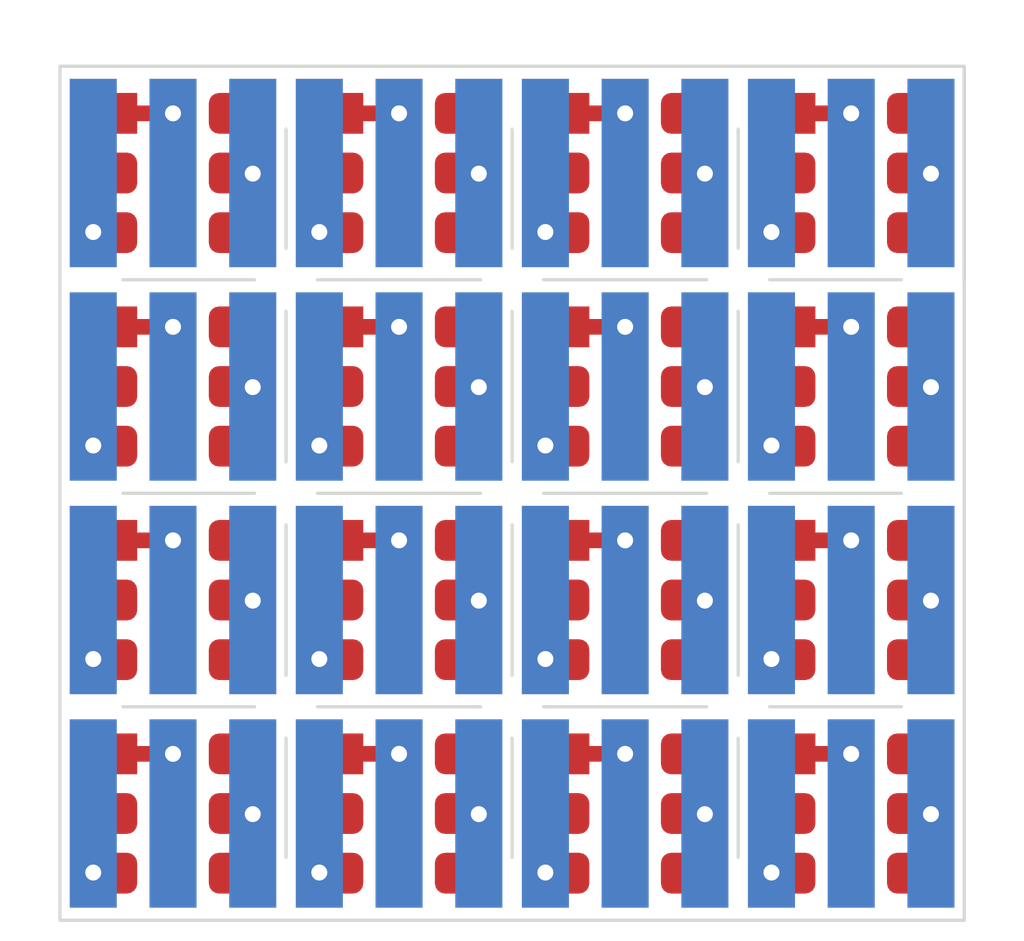
<source format=kicad_pcb>
(kicad_pcb (version 20171130) (host pcbnew "(5.1.10)-1")

  (general
    (thickness 0.2)
    (drawings 29)
    (tracks 112)
    (zones 0)
    (modules 32)
    (nets 6)
  )

  (page A4)
  (layers
    (0 F.Cu signal)
    (31 B.Cu signal)
    (32 B.Adhes user)
    (33 F.Adhes user)
    (34 B.Paste user)
    (35 F.Paste user)
    (36 B.SilkS user)
    (37 F.SilkS user)
    (38 B.Mask user)
    (39 F.Mask user)
    (40 Dwgs.User user)
    (41 Cmts.User user)
    (42 Eco1.User user)
    (43 Eco2.User user)
    (44 Edge.Cuts user)
    (45 Margin user)
    (46 B.CrtYd user hide)
    (47 F.CrtYd user hide)
    (48 B.Fab user hide)
    (49 F.Fab user)
  )

  (setup
    (last_trace_width 0.25)
    (trace_clearance 0.2)
    (zone_clearance 0.508)
    (zone_45_only no)
    (trace_min 0.05)
    (via_size 0.508)
    (via_drill 0.254)
    (via_min_size 0.508)
    (via_min_drill 0.254)
    (uvia_size 0.3)
    (uvia_drill 0.1)
    (uvias_allowed no)
    (uvia_min_size 0.2)
    (uvia_min_drill 0.1)
    (edge_width 0.05)
    (segment_width 0.2)
    (pcb_text_width 0.3)
    (pcb_text_size 1.5 1.5)
    (mod_edge_width 0.12)
    (mod_text_size 1 1)
    (mod_text_width 0.15)
    (pad_size 0.9 0.8)
    (pad_drill 0)
    (pad_to_mask_clearance 0)
    (aux_axis_origin 0 0)
    (visible_elements 7FFFFF7F)
    (pcbplotparams
      (layerselection 0x010fc_ffffffff)
      (usegerberextensions false)
      (usegerberattributes true)
      (usegerberadvancedattributes true)
      (creategerberjobfile true)
      (excludeedgelayer true)
      (linewidth 0.100000)
      (plotframeref false)
      (viasonmask false)
      (mode 1)
      (useauxorigin false)
      (hpglpennumber 1)
      (hpglpenspeed 20)
      (hpglpendiameter 15.000000)
      (psnegative false)
      (psa4output false)
      (plotreference true)
      (plotvalue true)
      (plotinvisibletext false)
      (padsonsilk false)
      (subtractmaskfromsilk false)
      (outputformat 1)
      (mirror false)
      (drillshape 1)
      (scaleselection 1)
      (outputdirectory ""))
  )

  (net 0 "")
  (net 1 /BJT_B)
  (net 2 /BJT_C)
  (net 3 /BJT_E)
  (net 4 "Net-(U1-Pad4)")
  (net 5 "Net-(U1-Pad6)")

  (net_class Default "This is the default net class."
    (clearance 0.2)
    (trace_width 0.25)
    (via_dia 0.508)
    (via_drill 0.254)
    (uvia_dia 0.3)
    (uvia_drill 0.1)
    (add_net /BJT_B)
    (add_net /BJT_C)
    (add_net /BJT_E)
    (add_net "Net-(U1-Pad4)")
    (add_net "Net-(U1-Pad6)")
  )

  (module Package_TO_SOT_THT:TO-92_Inline (layer B.Cu) (tedit 622022A1) (tstamp 623FF948)
    (at 112.07 110.2 180)
    (descr "TO-92 leads in-line, narrow, oval pads, drill 0.75mm (see NXP sot054_po.pdf)")
    (tags "to-92 sc-43 sc-43a sot54 PA33 transistor")
    (path /6220353C)
    (fp_text reference J2 (at 1.27 3.56 180) (layer B.SilkS) hide
      (effects (font (size 1 1) (thickness 0.15)) (justify mirror))
    )
    (fp_text value Conn_VDG (at 1.27 -2.79 180) (layer B.Fab) hide
      (effects (font (size 1 1) (thickness 0.15)) (justify mirror))
    )
    (fp_arc (start 1.27 0) (end 1.27 2.48) (angle 135) (layer B.Fab) (width 0.1))
    (fp_arc (start 1.27 0) (end 1.27 2.48) (angle -135) (layer B.Fab) (width 0.1))
    (fp_text user %R (at 1.27 0 180) (layer B.Fab) hide
      (effects (font (size 1 1) (thickness 0.15)) (justify mirror))
    )
    (fp_line (start 4 -2.01) (end -1.46 -2.01) (layer B.CrtYd) (width 0.05))
    (fp_line (start 4 -2.01) (end 4 2.73) (layer B.CrtYd) (width 0.05))
    (fp_line (start -1.46 2.73) (end -1.46 -2.01) (layer B.CrtYd) (width 0.05))
    (fp_line (start -1.46 2.73) (end 4 2.73) (layer B.CrtYd) (width 0.05))
    (fp_line (start -0.5 -1.75) (end 3 -1.75) (layer B.Fab) (width 0.1))
    (pad 1 smd rect (at 0 0 180) (size 0.75 3) (layers B.Cu B.Paste B.Mask)
      (net 2 /BJT_C))
    (pad 3 smd rect (at 2.54 0 180) (size 0.75 3) (layers B.Cu B.Paste B.Mask)
      (net 3 /BJT_E))
    (pad 2 smd rect (at 1.27 0 180) (size 0.75 3) (layers B.Cu B.Paste B.Mask)
      (net 1 /BJT_B))
    (model ${KISYS3DMOD}/Package_TO_SOT_THT.3dshapes/TO-92_Inline.wrl
      (offset (xyz 0 0 0.25))
      (scale (xyz 1 1 1))
      (rotate (xyz 90 0 0))
    )
  )

  (module Package_TO_SOT_THT:TO-92_Inline (layer B.Cu) (tedit 622022A1) (tstamp 623FF92C)
    (at 108.47 110.2 180)
    (descr "TO-92 leads in-line, narrow, oval pads, drill 0.75mm (see NXP sot054_po.pdf)")
    (tags "to-92 sc-43 sc-43a sot54 PA33 transistor")
    (path /6220353C)
    (fp_text reference J2 (at 1.27 3.56 180) (layer B.SilkS) hide
      (effects (font (size 1 1) (thickness 0.15)) (justify mirror))
    )
    (fp_text value Conn_VDG (at 1.27 -2.79 180) (layer B.Fab) hide
      (effects (font (size 1 1) (thickness 0.15)) (justify mirror))
    )
    (fp_arc (start 1.27 0) (end 1.27 2.48) (angle 135) (layer B.Fab) (width 0.1))
    (fp_arc (start 1.27 0) (end 1.27 2.48) (angle -135) (layer B.Fab) (width 0.1))
    (fp_text user %R (at 1.27 0 180) (layer B.Fab) hide
      (effects (font (size 1 1) (thickness 0.15)) (justify mirror))
    )
    (fp_line (start 4 -2.01) (end -1.46 -2.01) (layer B.CrtYd) (width 0.05))
    (fp_line (start 4 -2.01) (end 4 2.73) (layer B.CrtYd) (width 0.05))
    (fp_line (start -1.46 2.73) (end -1.46 -2.01) (layer B.CrtYd) (width 0.05))
    (fp_line (start -1.46 2.73) (end 4 2.73) (layer B.CrtYd) (width 0.05))
    (fp_line (start -0.5 -1.75) (end 3 -1.75) (layer B.Fab) (width 0.1))
    (pad 1 smd rect (at 0 0 180) (size 0.75 3) (layers B.Cu B.Paste B.Mask)
      (net 2 /BJT_C))
    (pad 3 smd rect (at 2.54 0 180) (size 0.75 3) (layers B.Cu B.Paste B.Mask)
      (net 3 /BJT_E))
    (pad 2 smd rect (at 1.27 0 180) (size 0.75 3) (layers B.Cu B.Paste B.Mask)
      (net 1 /BJT_B))
    (model ${KISYS3DMOD}/Package_TO_SOT_THT.3dshapes/TO-92_Inline.wrl
      (offset (xyz 0 0 0.25))
      (scale (xyz 1 1 1))
      (rotate (xyz 90 0 0))
    )
  )

  (module Package_TO_SOT_THT:TO-92_Inline (layer B.Cu) (tedit 622022A1) (tstamp 623FF910)
    (at 104.87 110.2 180)
    (descr "TO-92 leads in-line, narrow, oval pads, drill 0.75mm (see NXP sot054_po.pdf)")
    (tags "to-92 sc-43 sc-43a sot54 PA33 transistor")
    (path /6220353C)
    (fp_text reference J2 (at 1.27 3.56 180) (layer B.SilkS) hide
      (effects (font (size 1 1) (thickness 0.15)) (justify mirror))
    )
    (fp_text value Conn_VDG (at 1.27 -2.79 180) (layer B.Fab) hide
      (effects (font (size 1 1) (thickness 0.15)) (justify mirror))
    )
    (fp_arc (start 1.27 0) (end 1.27 2.48) (angle 135) (layer B.Fab) (width 0.1))
    (fp_arc (start 1.27 0) (end 1.27 2.48) (angle -135) (layer B.Fab) (width 0.1))
    (fp_text user %R (at 1.27 0 180) (layer B.Fab) hide
      (effects (font (size 1 1) (thickness 0.15)) (justify mirror))
    )
    (fp_line (start 4 -2.01) (end -1.46 -2.01) (layer B.CrtYd) (width 0.05))
    (fp_line (start 4 -2.01) (end 4 2.73) (layer B.CrtYd) (width 0.05))
    (fp_line (start -1.46 2.73) (end -1.46 -2.01) (layer B.CrtYd) (width 0.05))
    (fp_line (start -1.46 2.73) (end 4 2.73) (layer B.CrtYd) (width 0.05))
    (fp_line (start -0.5 -1.75) (end 3 -1.75) (layer B.Fab) (width 0.1))
    (pad 1 smd rect (at 0 0 180) (size 0.75 3) (layers B.Cu B.Paste B.Mask)
      (net 2 /BJT_C))
    (pad 3 smd rect (at 2.54 0 180) (size 0.75 3) (layers B.Cu B.Paste B.Mask)
      (net 3 /BJT_E))
    (pad 2 smd rect (at 1.27 0 180) (size 0.75 3) (layers B.Cu B.Paste B.Mask)
      (net 1 /BJT_B))
    (model ${KISYS3DMOD}/Package_TO_SOT_THT.3dshapes/TO-92_Inline.wrl
      (offset (xyz 0 0 0.25))
      (scale (xyz 1 1 1))
      (rotate (xyz 90 0 0))
    )
  )

  (module Package_TO_SOT_THT:TO-92_Inline (layer B.Cu) (tedit 622022A1) (tstamp 623FF8F4)
    (at 101.27 110.2 180)
    (descr "TO-92 leads in-line, narrow, oval pads, drill 0.75mm (see NXP sot054_po.pdf)")
    (tags "to-92 sc-43 sc-43a sot54 PA33 transistor")
    (path /6220353C)
    (fp_text reference J2 (at 1.27 3.56 180) (layer B.SilkS) hide
      (effects (font (size 1 1) (thickness 0.15)) (justify mirror))
    )
    (fp_text value Conn_VDG (at 1.27 -2.79 180) (layer B.Fab) hide
      (effects (font (size 1 1) (thickness 0.15)) (justify mirror))
    )
    (fp_arc (start 1.27 0) (end 1.27 2.48) (angle 135) (layer B.Fab) (width 0.1))
    (fp_arc (start 1.27 0) (end 1.27 2.48) (angle -135) (layer B.Fab) (width 0.1))
    (fp_text user %R (at 1.27 0 180) (layer B.Fab) hide
      (effects (font (size 1 1) (thickness 0.15)) (justify mirror))
    )
    (fp_line (start 4 -2.01) (end -1.46 -2.01) (layer B.CrtYd) (width 0.05))
    (fp_line (start 4 -2.01) (end 4 2.73) (layer B.CrtYd) (width 0.05))
    (fp_line (start -1.46 2.73) (end -1.46 -2.01) (layer B.CrtYd) (width 0.05))
    (fp_line (start -1.46 2.73) (end 4 2.73) (layer B.CrtYd) (width 0.05))
    (fp_line (start -0.5 -1.75) (end 3 -1.75) (layer B.Fab) (width 0.1))
    (pad 1 smd rect (at 0 0 180) (size 0.75 3) (layers B.Cu B.Paste B.Mask)
      (net 2 /BJT_C))
    (pad 3 smd rect (at 2.54 0 180) (size 0.75 3) (layers B.Cu B.Paste B.Mask)
      (net 3 /BJT_E))
    (pad 2 smd rect (at 1.27 0 180) (size 0.75 3) (layers B.Cu B.Paste B.Mask)
      (net 1 /BJT_B))
    (model ${KISYS3DMOD}/Package_TO_SOT_THT.3dshapes/TO-92_Inline.wrl
      (offset (xyz 0 0 0.25))
      (scale (xyz 1 1 1))
      (rotate (xyz 90 0 0))
    )
  )

  (module Package_TO_SOT_THT:TO-92_Inline (layer B.Cu) (tedit 622022A1) (tstamp 623FF8D8)
    (at 112.07 106.8 180)
    (descr "TO-92 leads in-line, narrow, oval pads, drill 0.75mm (see NXP sot054_po.pdf)")
    (tags "to-92 sc-43 sc-43a sot54 PA33 transistor")
    (path /6220353C)
    (fp_text reference J2 (at 1.27 3.56 180) (layer B.SilkS) hide
      (effects (font (size 1 1) (thickness 0.15)) (justify mirror))
    )
    (fp_text value Conn_VDG (at 1.27 -2.79 180) (layer B.Fab) hide
      (effects (font (size 1 1) (thickness 0.15)) (justify mirror))
    )
    (fp_arc (start 1.27 0) (end 1.27 2.48) (angle 135) (layer B.Fab) (width 0.1))
    (fp_arc (start 1.27 0) (end 1.27 2.48) (angle -135) (layer B.Fab) (width 0.1))
    (fp_text user %R (at 1.27 0 180) (layer B.Fab) hide
      (effects (font (size 1 1) (thickness 0.15)) (justify mirror))
    )
    (fp_line (start 4 -2.01) (end -1.46 -2.01) (layer B.CrtYd) (width 0.05))
    (fp_line (start 4 -2.01) (end 4 2.73) (layer B.CrtYd) (width 0.05))
    (fp_line (start -1.46 2.73) (end -1.46 -2.01) (layer B.CrtYd) (width 0.05))
    (fp_line (start -1.46 2.73) (end 4 2.73) (layer B.CrtYd) (width 0.05))
    (fp_line (start -0.5 -1.75) (end 3 -1.75) (layer B.Fab) (width 0.1))
    (pad 1 smd rect (at 0 0 180) (size 0.75 3) (layers B.Cu B.Paste B.Mask)
      (net 2 /BJT_C))
    (pad 3 smd rect (at 2.54 0 180) (size 0.75 3) (layers B.Cu B.Paste B.Mask)
      (net 3 /BJT_E))
    (pad 2 smd rect (at 1.27 0 180) (size 0.75 3) (layers B.Cu B.Paste B.Mask)
      (net 1 /BJT_B))
    (model ${KISYS3DMOD}/Package_TO_SOT_THT.3dshapes/TO-92_Inline.wrl
      (offset (xyz 0 0 0.25))
      (scale (xyz 1 1 1))
      (rotate (xyz 90 0 0))
    )
  )

  (module Package_TO_SOT_THT:TO-92_Inline (layer B.Cu) (tedit 622022A1) (tstamp 623FF8BC)
    (at 108.47 106.8 180)
    (descr "TO-92 leads in-line, narrow, oval pads, drill 0.75mm (see NXP sot054_po.pdf)")
    (tags "to-92 sc-43 sc-43a sot54 PA33 transistor")
    (path /6220353C)
    (fp_text reference J2 (at 1.27 3.56 180) (layer B.SilkS) hide
      (effects (font (size 1 1) (thickness 0.15)) (justify mirror))
    )
    (fp_text value Conn_VDG (at 1.27 -2.79 180) (layer B.Fab) hide
      (effects (font (size 1 1) (thickness 0.15)) (justify mirror))
    )
    (fp_arc (start 1.27 0) (end 1.27 2.48) (angle 135) (layer B.Fab) (width 0.1))
    (fp_arc (start 1.27 0) (end 1.27 2.48) (angle -135) (layer B.Fab) (width 0.1))
    (fp_text user %R (at 1.27 0 180) (layer B.Fab) hide
      (effects (font (size 1 1) (thickness 0.15)) (justify mirror))
    )
    (fp_line (start 4 -2.01) (end -1.46 -2.01) (layer B.CrtYd) (width 0.05))
    (fp_line (start 4 -2.01) (end 4 2.73) (layer B.CrtYd) (width 0.05))
    (fp_line (start -1.46 2.73) (end -1.46 -2.01) (layer B.CrtYd) (width 0.05))
    (fp_line (start -1.46 2.73) (end 4 2.73) (layer B.CrtYd) (width 0.05))
    (fp_line (start -0.5 -1.75) (end 3 -1.75) (layer B.Fab) (width 0.1))
    (pad 1 smd rect (at 0 0 180) (size 0.75 3) (layers B.Cu B.Paste B.Mask)
      (net 2 /BJT_C))
    (pad 3 smd rect (at 2.54 0 180) (size 0.75 3) (layers B.Cu B.Paste B.Mask)
      (net 3 /BJT_E))
    (pad 2 smd rect (at 1.27 0 180) (size 0.75 3) (layers B.Cu B.Paste B.Mask)
      (net 1 /BJT_B))
    (model ${KISYS3DMOD}/Package_TO_SOT_THT.3dshapes/TO-92_Inline.wrl
      (offset (xyz 0 0 0.25))
      (scale (xyz 1 1 1))
      (rotate (xyz 90 0 0))
    )
  )

  (module Package_TO_SOT_THT:TO-92_Inline (layer B.Cu) (tedit 622022A1) (tstamp 623FF8A0)
    (at 104.87 106.8 180)
    (descr "TO-92 leads in-line, narrow, oval pads, drill 0.75mm (see NXP sot054_po.pdf)")
    (tags "to-92 sc-43 sc-43a sot54 PA33 transistor")
    (path /6220353C)
    (fp_text reference J2 (at 1.27 3.56 180) (layer B.SilkS) hide
      (effects (font (size 1 1) (thickness 0.15)) (justify mirror))
    )
    (fp_text value Conn_VDG (at 1.27 -2.79 180) (layer B.Fab) hide
      (effects (font (size 1 1) (thickness 0.15)) (justify mirror))
    )
    (fp_arc (start 1.27 0) (end 1.27 2.48) (angle 135) (layer B.Fab) (width 0.1))
    (fp_arc (start 1.27 0) (end 1.27 2.48) (angle -135) (layer B.Fab) (width 0.1))
    (fp_text user %R (at 1.27 0 180) (layer B.Fab) hide
      (effects (font (size 1 1) (thickness 0.15)) (justify mirror))
    )
    (fp_line (start 4 -2.01) (end -1.46 -2.01) (layer B.CrtYd) (width 0.05))
    (fp_line (start 4 -2.01) (end 4 2.73) (layer B.CrtYd) (width 0.05))
    (fp_line (start -1.46 2.73) (end -1.46 -2.01) (layer B.CrtYd) (width 0.05))
    (fp_line (start -1.46 2.73) (end 4 2.73) (layer B.CrtYd) (width 0.05))
    (fp_line (start -0.5 -1.75) (end 3 -1.75) (layer B.Fab) (width 0.1))
    (pad 1 smd rect (at 0 0 180) (size 0.75 3) (layers B.Cu B.Paste B.Mask)
      (net 2 /BJT_C))
    (pad 3 smd rect (at 2.54 0 180) (size 0.75 3) (layers B.Cu B.Paste B.Mask)
      (net 3 /BJT_E))
    (pad 2 smd rect (at 1.27 0 180) (size 0.75 3) (layers B.Cu B.Paste B.Mask)
      (net 1 /BJT_B))
    (model ${KISYS3DMOD}/Package_TO_SOT_THT.3dshapes/TO-92_Inline.wrl
      (offset (xyz 0 0 0.25))
      (scale (xyz 1 1 1))
      (rotate (xyz 90 0 0))
    )
  )

  (module Package_TO_SOT_THT:TO-92_Inline (layer B.Cu) (tedit 622022A1) (tstamp 623FF884)
    (at 101.27 106.8 180)
    (descr "TO-92 leads in-line, narrow, oval pads, drill 0.75mm (see NXP sot054_po.pdf)")
    (tags "to-92 sc-43 sc-43a sot54 PA33 transistor")
    (path /6220353C)
    (fp_text reference J2 (at 1.27 3.56 180) (layer B.SilkS) hide
      (effects (font (size 1 1) (thickness 0.15)) (justify mirror))
    )
    (fp_text value Conn_VDG (at 1.27 -2.79 180) (layer B.Fab) hide
      (effects (font (size 1 1) (thickness 0.15)) (justify mirror))
    )
    (fp_arc (start 1.27 0) (end 1.27 2.48) (angle 135) (layer B.Fab) (width 0.1))
    (fp_arc (start 1.27 0) (end 1.27 2.48) (angle -135) (layer B.Fab) (width 0.1))
    (fp_text user %R (at 1.27 0 180) (layer B.Fab) hide
      (effects (font (size 1 1) (thickness 0.15)) (justify mirror))
    )
    (fp_line (start 4 -2.01) (end -1.46 -2.01) (layer B.CrtYd) (width 0.05))
    (fp_line (start 4 -2.01) (end 4 2.73) (layer B.CrtYd) (width 0.05))
    (fp_line (start -1.46 2.73) (end -1.46 -2.01) (layer B.CrtYd) (width 0.05))
    (fp_line (start -1.46 2.73) (end 4 2.73) (layer B.CrtYd) (width 0.05))
    (fp_line (start -0.5 -1.75) (end 3 -1.75) (layer B.Fab) (width 0.1))
    (pad 1 smd rect (at 0 0 180) (size 0.75 3) (layers B.Cu B.Paste B.Mask)
      (net 2 /BJT_C))
    (pad 3 smd rect (at 2.54 0 180) (size 0.75 3) (layers B.Cu B.Paste B.Mask)
      (net 3 /BJT_E))
    (pad 2 smd rect (at 1.27 0 180) (size 0.75 3) (layers B.Cu B.Paste B.Mask)
      (net 1 /BJT_B))
    (model ${KISYS3DMOD}/Package_TO_SOT_THT.3dshapes/TO-92_Inline.wrl
      (offset (xyz 0 0 0.25))
      (scale (xyz 1 1 1))
      (rotate (xyz 90 0 0))
    )
  )

  (module Package_TO_SOT_THT:TO-92_Inline (layer B.Cu) (tedit 622022A1) (tstamp 623FF868)
    (at 112.07 103.4 180)
    (descr "TO-92 leads in-line, narrow, oval pads, drill 0.75mm (see NXP sot054_po.pdf)")
    (tags "to-92 sc-43 sc-43a sot54 PA33 transistor")
    (path /6220353C)
    (fp_text reference J2 (at 1.27 3.56 180) (layer B.SilkS) hide
      (effects (font (size 1 1) (thickness 0.15)) (justify mirror))
    )
    (fp_text value Conn_VDG (at 1.27 -2.79 180) (layer B.Fab) hide
      (effects (font (size 1 1) (thickness 0.15)) (justify mirror))
    )
    (fp_arc (start 1.27 0) (end 1.27 2.48) (angle 135) (layer B.Fab) (width 0.1))
    (fp_arc (start 1.27 0) (end 1.27 2.48) (angle -135) (layer B.Fab) (width 0.1))
    (fp_text user %R (at 1.27 0 180) (layer B.Fab) hide
      (effects (font (size 1 1) (thickness 0.15)) (justify mirror))
    )
    (fp_line (start 4 -2.01) (end -1.46 -2.01) (layer B.CrtYd) (width 0.05))
    (fp_line (start 4 -2.01) (end 4 2.73) (layer B.CrtYd) (width 0.05))
    (fp_line (start -1.46 2.73) (end -1.46 -2.01) (layer B.CrtYd) (width 0.05))
    (fp_line (start -1.46 2.73) (end 4 2.73) (layer B.CrtYd) (width 0.05))
    (fp_line (start -0.5 -1.75) (end 3 -1.75) (layer B.Fab) (width 0.1))
    (pad 1 smd rect (at 0 0 180) (size 0.75 3) (layers B.Cu B.Paste B.Mask)
      (net 2 /BJT_C))
    (pad 3 smd rect (at 2.54 0 180) (size 0.75 3) (layers B.Cu B.Paste B.Mask)
      (net 3 /BJT_E))
    (pad 2 smd rect (at 1.27 0 180) (size 0.75 3) (layers B.Cu B.Paste B.Mask)
      (net 1 /BJT_B))
    (model ${KISYS3DMOD}/Package_TO_SOT_THT.3dshapes/TO-92_Inline.wrl
      (offset (xyz 0 0 0.25))
      (scale (xyz 1 1 1))
      (rotate (xyz 90 0 0))
    )
  )

  (module Package_TO_SOT_THT:TO-92_Inline (layer B.Cu) (tedit 622022A1) (tstamp 623FF84C)
    (at 108.47 103.4 180)
    (descr "TO-92 leads in-line, narrow, oval pads, drill 0.75mm (see NXP sot054_po.pdf)")
    (tags "to-92 sc-43 sc-43a sot54 PA33 transistor")
    (path /6220353C)
    (fp_text reference J2 (at 1.27 3.56 180) (layer B.SilkS) hide
      (effects (font (size 1 1) (thickness 0.15)) (justify mirror))
    )
    (fp_text value Conn_VDG (at 1.27 -2.79 180) (layer B.Fab) hide
      (effects (font (size 1 1) (thickness 0.15)) (justify mirror))
    )
    (fp_arc (start 1.27 0) (end 1.27 2.48) (angle 135) (layer B.Fab) (width 0.1))
    (fp_arc (start 1.27 0) (end 1.27 2.48) (angle -135) (layer B.Fab) (width 0.1))
    (fp_text user %R (at 1.27 0 180) (layer B.Fab) hide
      (effects (font (size 1 1) (thickness 0.15)) (justify mirror))
    )
    (fp_line (start 4 -2.01) (end -1.46 -2.01) (layer B.CrtYd) (width 0.05))
    (fp_line (start 4 -2.01) (end 4 2.73) (layer B.CrtYd) (width 0.05))
    (fp_line (start -1.46 2.73) (end -1.46 -2.01) (layer B.CrtYd) (width 0.05))
    (fp_line (start -1.46 2.73) (end 4 2.73) (layer B.CrtYd) (width 0.05))
    (fp_line (start -0.5 -1.75) (end 3 -1.75) (layer B.Fab) (width 0.1))
    (pad 1 smd rect (at 0 0 180) (size 0.75 3) (layers B.Cu B.Paste B.Mask)
      (net 2 /BJT_C))
    (pad 3 smd rect (at 2.54 0 180) (size 0.75 3) (layers B.Cu B.Paste B.Mask)
      (net 3 /BJT_E))
    (pad 2 smd rect (at 1.27 0 180) (size 0.75 3) (layers B.Cu B.Paste B.Mask)
      (net 1 /BJT_B))
    (model ${KISYS3DMOD}/Package_TO_SOT_THT.3dshapes/TO-92_Inline.wrl
      (offset (xyz 0 0 0.25))
      (scale (xyz 1 1 1))
      (rotate (xyz 90 0 0))
    )
  )

  (module Package_TO_SOT_THT:TO-92_Inline (layer B.Cu) (tedit 622022A1) (tstamp 623FF830)
    (at 104.87 103.4 180)
    (descr "TO-92 leads in-line, narrow, oval pads, drill 0.75mm (see NXP sot054_po.pdf)")
    (tags "to-92 sc-43 sc-43a sot54 PA33 transistor")
    (path /6220353C)
    (fp_text reference J2 (at 1.27 3.56 180) (layer B.SilkS) hide
      (effects (font (size 1 1) (thickness 0.15)) (justify mirror))
    )
    (fp_text value Conn_VDG (at 1.27 -2.79 180) (layer B.Fab) hide
      (effects (font (size 1 1) (thickness 0.15)) (justify mirror))
    )
    (fp_arc (start 1.27 0) (end 1.27 2.48) (angle 135) (layer B.Fab) (width 0.1))
    (fp_arc (start 1.27 0) (end 1.27 2.48) (angle -135) (layer B.Fab) (width 0.1))
    (fp_text user %R (at 1.27 0 180) (layer B.Fab) hide
      (effects (font (size 1 1) (thickness 0.15)) (justify mirror))
    )
    (fp_line (start 4 -2.01) (end -1.46 -2.01) (layer B.CrtYd) (width 0.05))
    (fp_line (start 4 -2.01) (end 4 2.73) (layer B.CrtYd) (width 0.05))
    (fp_line (start -1.46 2.73) (end -1.46 -2.01) (layer B.CrtYd) (width 0.05))
    (fp_line (start -1.46 2.73) (end 4 2.73) (layer B.CrtYd) (width 0.05))
    (fp_line (start -0.5 -1.75) (end 3 -1.75) (layer B.Fab) (width 0.1))
    (pad 1 smd rect (at 0 0 180) (size 0.75 3) (layers B.Cu B.Paste B.Mask)
      (net 2 /BJT_C))
    (pad 3 smd rect (at 2.54 0 180) (size 0.75 3) (layers B.Cu B.Paste B.Mask)
      (net 3 /BJT_E))
    (pad 2 smd rect (at 1.27 0 180) (size 0.75 3) (layers B.Cu B.Paste B.Mask)
      (net 1 /BJT_B))
    (model ${KISYS3DMOD}/Package_TO_SOT_THT.3dshapes/TO-92_Inline.wrl
      (offset (xyz 0 0 0.25))
      (scale (xyz 1 1 1))
      (rotate (xyz 90 0 0))
    )
  )

  (module Package_TO_SOT_THT:TO-92_Inline (layer B.Cu) (tedit 622022A1) (tstamp 623FF814)
    (at 101.27 103.4 180)
    (descr "TO-92 leads in-line, narrow, oval pads, drill 0.75mm (see NXP sot054_po.pdf)")
    (tags "to-92 sc-43 sc-43a sot54 PA33 transistor")
    (path /6220353C)
    (fp_text reference J2 (at 1.27 3.56 180) (layer B.SilkS) hide
      (effects (font (size 1 1) (thickness 0.15)) (justify mirror))
    )
    (fp_text value Conn_VDG (at 1.27 -2.79 180) (layer B.Fab) hide
      (effects (font (size 1 1) (thickness 0.15)) (justify mirror))
    )
    (fp_arc (start 1.27 0) (end 1.27 2.48) (angle 135) (layer B.Fab) (width 0.1))
    (fp_arc (start 1.27 0) (end 1.27 2.48) (angle -135) (layer B.Fab) (width 0.1))
    (fp_text user %R (at 1.27 0 180) (layer B.Fab) hide
      (effects (font (size 1 1) (thickness 0.15)) (justify mirror))
    )
    (fp_line (start 4 -2.01) (end -1.46 -2.01) (layer B.CrtYd) (width 0.05))
    (fp_line (start 4 -2.01) (end 4 2.73) (layer B.CrtYd) (width 0.05))
    (fp_line (start -1.46 2.73) (end -1.46 -2.01) (layer B.CrtYd) (width 0.05))
    (fp_line (start -1.46 2.73) (end 4 2.73) (layer B.CrtYd) (width 0.05))
    (fp_line (start -0.5 -1.75) (end 3 -1.75) (layer B.Fab) (width 0.1))
    (pad 1 smd rect (at 0 0 180) (size 0.75 3) (layers B.Cu B.Paste B.Mask)
      (net 2 /BJT_C))
    (pad 3 smd rect (at 2.54 0 180) (size 0.75 3) (layers B.Cu B.Paste B.Mask)
      (net 3 /BJT_E))
    (pad 2 smd rect (at 1.27 0 180) (size 0.75 3) (layers B.Cu B.Paste B.Mask)
      (net 1 /BJT_B))
    (model ${KISYS3DMOD}/Package_TO_SOT_THT.3dshapes/TO-92_Inline.wrl
      (offset (xyz 0 0 0.25))
      (scale (xyz 1 1 1))
      (rotate (xyz 90 0 0))
    )
  )

  (module Package_TO_SOT_THT:TO-92_Inline (layer B.Cu) (tedit 622022A1) (tstamp 623FF7F8)
    (at 112.07 100 180)
    (descr "TO-92 leads in-line, narrow, oval pads, drill 0.75mm (see NXP sot054_po.pdf)")
    (tags "to-92 sc-43 sc-43a sot54 PA33 transistor")
    (path /6220353C)
    (fp_text reference J2 (at 1.27 3.56 180) (layer B.SilkS) hide
      (effects (font (size 1 1) (thickness 0.15)) (justify mirror))
    )
    (fp_text value Conn_VDG (at 1.27 -2.79 180) (layer B.Fab) hide
      (effects (font (size 1 1) (thickness 0.15)) (justify mirror))
    )
    (fp_arc (start 1.27 0) (end 1.27 2.48) (angle 135) (layer B.Fab) (width 0.1))
    (fp_arc (start 1.27 0) (end 1.27 2.48) (angle -135) (layer B.Fab) (width 0.1))
    (fp_text user %R (at 1.27 0 180) (layer B.Fab) hide
      (effects (font (size 1 1) (thickness 0.15)) (justify mirror))
    )
    (fp_line (start 4 -2.01) (end -1.46 -2.01) (layer B.CrtYd) (width 0.05))
    (fp_line (start 4 -2.01) (end 4 2.73) (layer B.CrtYd) (width 0.05))
    (fp_line (start -1.46 2.73) (end -1.46 -2.01) (layer B.CrtYd) (width 0.05))
    (fp_line (start -1.46 2.73) (end 4 2.73) (layer B.CrtYd) (width 0.05))
    (fp_line (start -0.5 -1.75) (end 3 -1.75) (layer B.Fab) (width 0.1))
    (pad 1 smd rect (at 0 0 180) (size 0.75 3) (layers B.Cu B.Paste B.Mask)
      (net 2 /BJT_C))
    (pad 3 smd rect (at 2.54 0 180) (size 0.75 3) (layers B.Cu B.Paste B.Mask)
      (net 3 /BJT_E))
    (pad 2 smd rect (at 1.27 0 180) (size 0.75 3) (layers B.Cu B.Paste B.Mask)
      (net 1 /BJT_B))
    (model ${KISYS3DMOD}/Package_TO_SOT_THT.3dshapes/TO-92_Inline.wrl
      (offset (xyz 0 0 0.25))
      (scale (xyz 1 1 1))
      (rotate (xyz 90 0 0))
    )
  )

  (module Package_TO_SOT_THT:TO-92_Inline (layer B.Cu) (tedit 622022A1) (tstamp 623FF7DC)
    (at 108.47 100 180)
    (descr "TO-92 leads in-line, narrow, oval pads, drill 0.75mm (see NXP sot054_po.pdf)")
    (tags "to-92 sc-43 sc-43a sot54 PA33 transistor")
    (path /6220353C)
    (fp_text reference J2 (at 1.27 3.56 180) (layer B.SilkS) hide
      (effects (font (size 1 1) (thickness 0.15)) (justify mirror))
    )
    (fp_text value Conn_VDG (at 1.27 -2.79 180) (layer B.Fab) hide
      (effects (font (size 1 1) (thickness 0.15)) (justify mirror))
    )
    (fp_arc (start 1.27 0) (end 1.27 2.48) (angle 135) (layer B.Fab) (width 0.1))
    (fp_arc (start 1.27 0) (end 1.27 2.48) (angle -135) (layer B.Fab) (width 0.1))
    (fp_text user %R (at 1.27 0 180) (layer B.Fab) hide
      (effects (font (size 1 1) (thickness 0.15)) (justify mirror))
    )
    (fp_line (start 4 -2.01) (end -1.46 -2.01) (layer B.CrtYd) (width 0.05))
    (fp_line (start 4 -2.01) (end 4 2.73) (layer B.CrtYd) (width 0.05))
    (fp_line (start -1.46 2.73) (end -1.46 -2.01) (layer B.CrtYd) (width 0.05))
    (fp_line (start -1.46 2.73) (end 4 2.73) (layer B.CrtYd) (width 0.05))
    (fp_line (start -0.5 -1.75) (end 3 -1.75) (layer B.Fab) (width 0.1))
    (pad 1 smd rect (at 0 0 180) (size 0.75 3) (layers B.Cu B.Paste B.Mask)
      (net 2 /BJT_C))
    (pad 3 smd rect (at 2.54 0 180) (size 0.75 3) (layers B.Cu B.Paste B.Mask)
      (net 3 /BJT_E))
    (pad 2 smd rect (at 1.27 0 180) (size 0.75 3) (layers B.Cu B.Paste B.Mask)
      (net 1 /BJT_B))
    (model ${KISYS3DMOD}/Package_TO_SOT_THT.3dshapes/TO-92_Inline.wrl
      (offset (xyz 0 0 0.25))
      (scale (xyz 1 1 1))
      (rotate (xyz 90 0 0))
    )
  )

  (module Package_TO_SOT_THT:TO-92_Inline (layer B.Cu) (tedit 622022A1) (tstamp 623FF7C0)
    (at 104.87 100 180)
    (descr "TO-92 leads in-line, narrow, oval pads, drill 0.75mm (see NXP sot054_po.pdf)")
    (tags "to-92 sc-43 sc-43a sot54 PA33 transistor")
    (path /6220353C)
    (fp_text reference J2 (at 1.27 3.56 180) (layer B.SilkS) hide
      (effects (font (size 1 1) (thickness 0.15)) (justify mirror))
    )
    (fp_text value Conn_VDG (at 1.27 -2.79 180) (layer B.Fab) hide
      (effects (font (size 1 1) (thickness 0.15)) (justify mirror))
    )
    (fp_arc (start 1.27 0) (end 1.27 2.48) (angle 135) (layer B.Fab) (width 0.1))
    (fp_arc (start 1.27 0) (end 1.27 2.48) (angle -135) (layer B.Fab) (width 0.1))
    (fp_text user %R (at 1.27 0 180) (layer B.Fab) hide
      (effects (font (size 1 1) (thickness 0.15)) (justify mirror))
    )
    (fp_line (start 4 -2.01) (end -1.46 -2.01) (layer B.CrtYd) (width 0.05))
    (fp_line (start 4 -2.01) (end 4 2.73) (layer B.CrtYd) (width 0.05))
    (fp_line (start -1.46 2.73) (end -1.46 -2.01) (layer B.CrtYd) (width 0.05))
    (fp_line (start -1.46 2.73) (end 4 2.73) (layer B.CrtYd) (width 0.05))
    (fp_line (start -0.5 -1.75) (end 3 -1.75) (layer B.Fab) (width 0.1))
    (pad 1 smd rect (at 0 0 180) (size 0.75 3) (layers B.Cu B.Paste B.Mask)
      (net 2 /BJT_C))
    (pad 3 smd rect (at 2.54 0 180) (size 0.75 3) (layers B.Cu B.Paste B.Mask)
      (net 3 /BJT_E))
    (pad 2 smd rect (at 1.27 0 180) (size 0.75 3) (layers B.Cu B.Paste B.Mask)
      (net 1 /BJT_B))
    (model ${KISYS3DMOD}/Package_TO_SOT_THT.3dshapes/TO-92_Inline.wrl
      (offset (xyz 0 0 0.25))
      (scale (xyz 1 1 1))
      (rotate (xyz 90 0 0))
    )
  )

  (module Package_TO_SOT_SMD:SOT-23-6 (layer F.Cu) (tedit 6220299B) (tstamp 623FF78C)
    (at 110.8 110.2)
    (descr "6-pin SOT-23 package")
    (tags SOT-23-6)
    (path /6220225A)
    (attr smd)
    (fp_text reference U1 (at 0 -2.9) (layer F.SilkS) hide
      (effects (font (size 1 1) (thickness 0.15)))
    )
    (fp_text value ATtiny4-TS (at 0 2.9) (layer F.Fab) hide
      (effects (font (size 1 1) (thickness 0.15)))
    )
    (fp_text user %R (at 0 0 90) (layer F.Fab) hide
      (effects (font (size 0.5 0.5) (thickness 0.075)))
    )
    (fp_line (start 1.9 -1.8) (end -1.9 -1.8) (layer F.CrtYd) (width 0.05))
    (fp_line (start 1.9 1.8) (end 1.9 -1.8) (layer F.CrtYd) (width 0.05))
    (fp_line (start -1.9 1.8) (end 1.9 1.8) (layer F.CrtYd) (width 0.05))
    (fp_line (start -1.9 -1.8) (end -1.9 1.8) (layer F.CrtYd) (width 0.05))
    (fp_line (start -0.9 -0.9) (end -0.25 -1.55) (layer F.Fab) (width 0.1))
    (fp_line (start 0.9 -1.55) (end -0.25 -1.55) (layer F.Fab) (width 0.1))
    (fp_line (start -0.9 -0.9) (end -0.9 1.55) (layer F.Fab) (width 0.1))
    (fp_line (start 0.9 1.55) (end -0.9 1.55) (layer F.Fab) (width 0.1))
    (fp_line (start 0.9 -1.55) (end 0.9 1.55) (layer F.Fab) (width 0.1))
    (pad 1 smd rect (at -1.1 -0.95) (size 1.06 0.65) (layers F.Cu F.Paste F.Mask)
      (net 1 /BJT_B))
    (pad 2 smd roundrect (at -1.1 0) (size 1.06 0.65) (layers F.Cu F.Paste F.Mask) (roundrect_rratio 0.25)
      (net 3 /BJT_E))
    (pad 3 smd roundrect (at -1.1 0.95) (size 1.06 0.65) (layers F.Cu F.Paste F.Mask) (roundrect_rratio 0.25)
      (net 3 /BJT_E))
    (pad 4 smd roundrect (at 1.1 0.95) (size 1.06 0.65) (layers F.Cu F.Paste F.Mask) (roundrect_rratio 0.25)
      (net 4 "Net-(U1-Pad4)"))
    (pad 6 smd roundrect (at 1.1 -0.95) (size 1.06 0.65) (layers F.Cu F.Paste F.Mask) (roundrect_rratio 0.25)
      (net 5 "Net-(U1-Pad6)"))
    (pad 5 smd roundrect (at 1.1 0) (size 1.06 0.65) (layers F.Cu F.Paste F.Mask) (roundrect_rratio 0.25)
      (net 2 /BJT_C))
    (model ${KISYS3DMOD}/Package_TO_SOT_SMD.3dshapes/SOT-23-6.wrl
      (at (xyz 0 0 0))
      (scale (xyz 1 1 1))
      (rotate (xyz 0 0 0))
    )
  )

  (module Package_TO_SOT_SMD:SOT-23-6 (layer F.Cu) (tedit 6220299B) (tstamp 623FF766)
    (at 107.2 110.2)
    (descr "6-pin SOT-23 package")
    (tags SOT-23-6)
    (path /6220225A)
    (attr smd)
    (fp_text reference U1 (at 0 -2.9) (layer F.SilkS) hide
      (effects (font (size 1 1) (thickness 0.15)))
    )
    (fp_text value ATtiny4-TS (at 0 2.9) (layer F.Fab) hide
      (effects (font (size 1 1) (thickness 0.15)))
    )
    (fp_text user %R (at 0 0 90) (layer F.Fab) hide
      (effects (font (size 0.5 0.5) (thickness 0.075)))
    )
    (fp_line (start 1.9 -1.8) (end -1.9 -1.8) (layer F.CrtYd) (width 0.05))
    (fp_line (start 1.9 1.8) (end 1.9 -1.8) (layer F.CrtYd) (width 0.05))
    (fp_line (start -1.9 1.8) (end 1.9 1.8) (layer F.CrtYd) (width 0.05))
    (fp_line (start -1.9 -1.8) (end -1.9 1.8) (layer F.CrtYd) (width 0.05))
    (fp_line (start -0.9 -0.9) (end -0.25 -1.55) (layer F.Fab) (width 0.1))
    (fp_line (start 0.9 -1.55) (end -0.25 -1.55) (layer F.Fab) (width 0.1))
    (fp_line (start -0.9 -0.9) (end -0.9 1.55) (layer F.Fab) (width 0.1))
    (fp_line (start 0.9 1.55) (end -0.9 1.55) (layer F.Fab) (width 0.1))
    (fp_line (start 0.9 -1.55) (end 0.9 1.55) (layer F.Fab) (width 0.1))
    (pad 1 smd rect (at -1.1 -0.95) (size 1.06 0.65) (layers F.Cu F.Paste F.Mask)
      (net 1 /BJT_B))
    (pad 2 smd roundrect (at -1.1 0) (size 1.06 0.65) (layers F.Cu F.Paste F.Mask) (roundrect_rratio 0.25)
      (net 3 /BJT_E))
    (pad 3 smd roundrect (at -1.1 0.95) (size 1.06 0.65) (layers F.Cu F.Paste F.Mask) (roundrect_rratio 0.25)
      (net 3 /BJT_E))
    (pad 4 smd roundrect (at 1.1 0.95) (size 1.06 0.65) (layers F.Cu F.Paste F.Mask) (roundrect_rratio 0.25)
      (net 4 "Net-(U1-Pad4)"))
    (pad 6 smd roundrect (at 1.1 -0.95) (size 1.06 0.65) (layers F.Cu F.Paste F.Mask) (roundrect_rratio 0.25)
      (net 5 "Net-(U1-Pad6)"))
    (pad 5 smd roundrect (at 1.1 0) (size 1.06 0.65) (layers F.Cu F.Paste F.Mask) (roundrect_rratio 0.25)
      (net 2 /BJT_C))
    (model ${KISYS3DMOD}/Package_TO_SOT_SMD.3dshapes/SOT-23-6.wrl
      (at (xyz 0 0 0))
      (scale (xyz 1 1 1))
      (rotate (xyz 0 0 0))
    )
  )

  (module Package_TO_SOT_SMD:SOT-23-6 (layer F.Cu) (tedit 6220299B) (tstamp 623FF740)
    (at 103.6 110.2)
    (descr "6-pin SOT-23 package")
    (tags SOT-23-6)
    (path /6220225A)
    (attr smd)
    (fp_text reference U1 (at 0 -2.9) (layer F.SilkS) hide
      (effects (font (size 1 1) (thickness 0.15)))
    )
    (fp_text value ATtiny4-TS (at 0 2.9) (layer F.Fab) hide
      (effects (font (size 1 1) (thickness 0.15)))
    )
    (fp_text user %R (at 0 0 90) (layer F.Fab) hide
      (effects (font (size 0.5 0.5) (thickness 0.075)))
    )
    (fp_line (start 1.9 -1.8) (end -1.9 -1.8) (layer F.CrtYd) (width 0.05))
    (fp_line (start 1.9 1.8) (end 1.9 -1.8) (layer F.CrtYd) (width 0.05))
    (fp_line (start -1.9 1.8) (end 1.9 1.8) (layer F.CrtYd) (width 0.05))
    (fp_line (start -1.9 -1.8) (end -1.9 1.8) (layer F.CrtYd) (width 0.05))
    (fp_line (start -0.9 -0.9) (end -0.25 -1.55) (layer F.Fab) (width 0.1))
    (fp_line (start 0.9 -1.55) (end -0.25 -1.55) (layer F.Fab) (width 0.1))
    (fp_line (start -0.9 -0.9) (end -0.9 1.55) (layer F.Fab) (width 0.1))
    (fp_line (start 0.9 1.55) (end -0.9 1.55) (layer F.Fab) (width 0.1))
    (fp_line (start 0.9 -1.55) (end 0.9 1.55) (layer F.Fab) (width 0.1))
    (pad 1 smd rect (at -1.1 -0.95) (size 1.06 0.65) (layers F.Cu F.Paste F.Mask)
      (net 1 /BJT_B))
    (pad 2 smd roundrect (at -1.1 0) (size 1.06 0.65) (layers F.Cu F.Paste F.Mask) (roundrect_rratio 0.25)
      (net 3 /BJT_E))
    (pad 3 smd roundrect (at -1.1 0.95) (size 1.06 0.65) (layers F.Cu F.Paste F.Mask) (roundrect_rratio 0.25)
      (net 3 /BJT_E))
    (pad 4 smd roundrect (at 1.1 0.95) (size 1.06 0.65) (layers F.Cu F.Paste F.Mask) (roundrect_rratio 0.25)
      (net 4 "Net-(U1-Pad4)"))
    (pad 6 smd roundrect (at 1.1 -0.95) (size 1.06 0.65) (layers F.Cu F.Paste F.Mask) (roundrect_rratio 0.25)
      (net 5 "Net-(U1-Pad6)"))
    (pad 5 smd roundrect (at 1.1 0) (size 1.06 0.65) (layers F.Cu F.Paste F.Mask) (roundrect_rratio 0.25)
      (net 2 /BJT_C))
    (model ${KISYS3DMOD}/Package_TO_SOT_SMD.3dshapes/SOT-23-6.wrl
      (at (xyz 0 0 0))
      (scale (xyz 1 1 1))
      (rotate (xyz 0 0 0))
    )
  )

  (module Package_TO_SOT_SMD:SOT-23-6 (layer F.Cu) (tedit 6220299B) (tstamp 623FF71A)
    (at 100 110.2)
    (descr "6-pin SOT-23 package")
    (tags SOT-23-6)
    (path /6220225A)
    (attr smd)
    (fp_text reference U1 (at 0 -2.9) (layer F.SilkS) hide
      (effects (font (size 1 1) (thickness 0.15)))
    )
    (fp_text value ATtiny4-TS (at 0 2.9) (layer F.Fab) hide
      (effects (font (size 1 1) (thickness 0.15)))
    )
    (fp_text user %R (at 0 0 90) (layer F.Fab) hide
      (effects (font (size 0.5 0.5) (thickness 0.075)))
    )
    (fp_line (start 1.9 -1.8) (end -1.9 -1.8) (layer F.CrtYd) (width 0.05))
    (fp_line (start 1.9 1.8) (end 1.9 -1.8) (layer F.CrtYd) (width 0.05))
    (fp_line (start -1.9 1.8) (end 1.9 1.8) (layer F.CrtYd) (width 0.05))
    (fp_line (start -1.9 -1.8) (end -1.9 1.8) (layer F.CrtYd) (width 0.05))
    (fp_line (start -0.9 -0.9) (end -0.25 -1.55) (layer F.Fab) (width 0.1))
    (fp_line (start 0.9 -1.55) (end -0.25 -1.55) (layer F.Fab) (width 0.1))
    (fp_line (start -0.9 -0.9) (end -0.9 1.55) (layer F.Fab) (width 0.1))
    (fp_line (start 0.9 1.55) (end -0.9 1.55) (layer F.Fab) (width 0.1))
    (fp_line (start 0.9 -1.55) (end 0.9 1.55) (layer F.Fab) (width 0.1))
    (pad 1 smd rect (at -1.1 -0.95) (size 1.06 0.65) (layers F.Cu F.Paste F.Mask)
      (net 1 /BJT_B))
    (pad 2 smd roundrect (at -1.1 0) (size 1.06 0.65) (layers F.Cu F.Paste F.Mask) (roundrect_rratio 0.25)
      (net 3 /BJT_E))
    (pad 3 smd roundrect (at -1.1 0.95) (size 1.06 0.65) (layers F.Cu F.Paste F.Mask) (roundrect_rratio 0.25)
      (net 3 /BJT_E))
    (pad 4 smd roundrect (at 1.1 0.95) (size 1.06 0.65) (layers F.Cu F.Paste F.Mask) (roundrect_rratio 0.25)
      (net 4 "Net-(U1-Pad4)"))
    (pad 6 smd roundrect (at 1.1 -0.95) (size 1.06 0.65) (layers F.Cu F.Paste F.Mask) (roundrect_rratio 0.25)
      (net 5 "Net-(U1-Pad6)"))
    (pad 5 smd roundrect (at 1.1 0) (size 1.06 0.65) (layers F.Cu F.Paste F.Mask) (roundrect_rratio 0.25)
      (net 2 /BJT_C))
    (model ${KISYS3DMOD}/Package_TO_SOT_SMD.3dshapes/SOT-23-6.wrl
      (at (xyz 0 0 0))
      (scale (xyz 1 1 1))
      (rotate (xyz 0 0 0))
    )
  )

  (module Package_TO_SOT_SMD:SOT-23-6 (layer F.Cu) (tedit 6220299B) (tstamp 623FF6F4)
    (at 110.8 106.8)
    (descr "6-pin SOT-23 package")
    (tags SOT-23-6)
    (path /6220225A)
    (attr smd)
    (fp_text reference U1 (at 0 -2.9) (layer F.SilkS) hide
      (effects (font (size 1 1) (thickness 0.15)))
    )
    (fp_text value ATtiny4-TS (at 0 2.9) (layer F.Fab) hide
      (effects (font (size 1 1) (thickness 0.15)))
    )
    (fp_text user %R (at 0 0 90) (layer F.Fab) hide
      (effects (font (size 0.5 0.5) (thickness 0.075)))
    )
    (fp_line (start 1.9 -1.8) (end -1.9 -1.8) (layer F.CrtYd) (width 0.05))
    (fp_line (start 1.9 1.8) (end 1.9 -1.8) (layer F.CrtYd) (width 0.05))
    (fp_line (start -1.9 1.8) (end 1.9 1.8) (layer F.CrtYd) (width 0.05))
    (fp_line (start -1.9 -1.8) (end -1.9 1.8) (layer F.CrtYd) (width 0.05))
    (fp_line (start -0.9 -0.9) (end -0.25 -1.55) (layer F.Fab) (width 0.1))
    (fp_line (start 0.9 -1.55) (end -0.25 -1.55) (layer F.Fab) (width 0.1))
    (fp_line (start -0.9 -0.9) (end -0.9 1.55) (layer F.Fab) (width 0.1))
    (fp_line (start 0.9 1.55) (end -0.9 1.55) (layer F.Fab) (width 0.1))
    (fp_line (start 0.9 -1.55) (end 0.9 1.55) (layer F.Fab) (width 0.1))
    (pad 1 smd rect (at -1.1 -0.95) (size 1.06 0.65) (layers F.Cu F.Paste F.Mask)
      (net 1 /BJT_B))
    (pad 2 smd roundrect (at -1.1 0) (size 1.06 0.65) (layers F.Cu F.Paste F.Mask) (roundrect_rratio 0.25)
      (net 3 /BJT_E))
    (pad 3 smd roundrect (at -1.1 0.95) (size 1.06 0.65) (layers F.Cu F.Paste F.Mask) (roundrect_rratio 0.25)
      (net 3 /BJT_E))
    (pad 4 smd roundrect (at 1.1 0.95) (size 1.06 0.65) (layers F.Cu F.Paste F.Mask) (roundrect_rratio 0.25)
      (net 4 "Net-(U1-Pad4)"))
    (pad 6 smd roundrect (at 1.1 -0.95) (size 1.06 0.65) (layers F.Cu F.Paste F.Mask) (roundrect_rratio 0.25)
      (net 5 "Net-(U1-Pad6)"))
    (pad 5 smd roundrect (at 1.1 0) (size 1.06 0.65) (layers F.Cu F.Paste F.Mask) (roundrect_rratio 0.25)
      (net 2 /BJT_C))
    (model ${KISYS3DMOD}/Package_TO_SOT_SMD.3dshapes/SOT-23-6.wrl
      (at (xyz 0 0 0))
      (scale (xyz 1 1 1))
      (rotate (xyz 0 0 0))
    )
  )

  (module Package_TO_SOT_SMD:SOT-23-6 (layer F.Cu) (tedit 6220299B) (tstamp 623FF6CE)
    (at 107.2 106.8)
    (descr "6-pin SOT-23 package")
    (tags SOT-23-6)
    (path /6220225A)
    (attr smd)
    (fp_text reference U1 (at 0 -2.9) (layer F.SilkS) hide
      (effects (font (size 1 1) (thickness 0.15)))
    )
    (fp_text value ATtiny4-TS (at 0 2.9) (layer F.Fab) hide
      (effects (font (size 1 1) (thickness 0.15)))
    )
    (fp_text user %R (at 0 0 90) (layer F.Fab) hide
      (effects (font (size 0.5 0.5) (thickness 0.075)))
    )
    (fp_line (start 1.9 -1.8) (end -1.9 -1.8) (layer F.CrtYd) (width 0.05))
    (fp_line (start 1.9 1.8) (end 1.9 -1.8) (layer F.CrtYd) (width 0.05))
    (fp_line (start -1.9 1.8) (end 1.9 1.8) (layer F.CrtYd) (width 0.05))
    (fp_line (start -1.9 -1.8) (end -1.9 1.8) (layer F.CrtYd) (width 0.05))
    (fp_line (start -0.9 -0.9) (end -0.25 -1.55) (layer F.Fab) (width 0.1))
    (fp_line (start 0.9 -1.55) (end -0.25 -1.55) (layer F.Fab) (width 0.1))
    (fp_line (start -0.9 -0.9) (end -0.9 1.55) (layer F.Fab) (width 0.1))
    (fp_line (start 0.9 1.55) (end -0.9 1.55) (layer F.Fab) (width 0.1))
    (fp_line (start 0.9 -1.55) (end 0.9 1.55) (layer F.Fab) (width 0.1))
    (pad 1 smd rect (at -1.1 -0.95) (size 1.06 0.65) (layers F.Cu F.Paste F.Mask)
      (net 1 /BJT_B))
    (pad 2 smd roundrect (at -1.1 0) (size 1.06 0.65) (layers F.Cu F.Paste F.Mask) (roundrect_rratio 0.25)
      (net 3 /BJT_E))
    (pad 3 smd roundrect (at -1.1 0.95) (size 1.06 0.65) (layers F.Cu F.Paste F.Mask) (roundrect_rratio 0.25)
      (net 3 /BJT_E))
    (pad 4 smd roundrect (at 1.1 0.95) (size 1.06 0.65) (layers F.Cu F.Paste F.Mask) (roundrect_rratio 0.25)
      (net 4 "Net-(U1-Pad4)"))
    (pad 6 smd roundrect (at 1.1 -0.95) (size 1.06 0.65) (layers F.Cu F.Paste F.Mask) (roundrect_rratio 0.25)
      (net 5 "Net-(U1-Pad6)"))
    (pad 5 smd roundrect (at 1.1 0) (size 1.06 0.65) (layers F.Cu F.Paste F.Mask) (roundrect_rratio 0.25)
      (net 2 /BJT_C))
    (model ${KISYS3DMOD}/Package_TO_SOT_SMD.3dshapes/SOT-23-6.wrl
      (at (xyz 0 0 0))
      (scale (xyz 1 1 1))
      (rotate (xyz 0 0 0))
    )
  )

  (module Package_TO_SOT_SMD:SOT-23-6 (layer F.Cu) (tedit 6220299B) (tstamp 623FF6A8)
    (at 103.6 106.8)
    (descr "6-pin SOT-23 package")
    (tags SOT-23-6)
    (path /6220225A)
    (attr smd)
    (fp_text reference U1 (at 0 -2.9) (layer F.SilkS) hide
      (effects (font (size 1 1) (thickness 0.15)))
    )
    (fp_text value ATtiny4-TS (at 0 2.9) (layer F.Fab) hide
      (effects (font (size 1 1) (thickness 0.15)))
    )
    (fp_text user %R (at 0 0 90) (layer F.Fab) hide
      (effects (font (size 0.5 0.5) (thickness 0.075)))
    )
    (fp_line (start 1.9 -1.8) (end -1.9 -1.8) (layer F.CrtYd) (width 0.05))
    (fp_line (start 1.9 1.8) (end 1.9 -1.8) (layer F.CrtYd) (width 0.05))
    (fp_line (start -1.9 1.8) (end 1.9 1.8) (layer F.CrtYd) (width 0.05))
    (fp_line (start -1.9 -1.8) (end -1.9 1.8) (layer F.CrtYd) (width 0.05))
    (fp_line (start -0.9 -0.9) (end -0.25 -1.55) (layer F.Fab) (width 0.1))
    (fp_line (start 0.9 -1.55) (end -0.25 -1.55) (layer F.Fab) (width 0.1))
    (fp_line (start -0.9 -0.9) (end -0.9 1.55) (layer F.Fab) (width 0.1))
    (fp_line (start 0.9 1.55) (end -0.9 1.55) (layer F.Fab) (width 0.1))
    (fp_line (start 0.9 -1.55) (end 0.9 1.55) (layer F.Fab) (width 0.1))
    (pad 1 smd rect (at -1.1 -0.95) (size 1.06 0.65) (layers F.Cu F.Paste F.Mask)
      (net 1 /BJT_B))
    (pad 2 smd roundrect (at -1.1 0) (size 1.06 0.65) (layers F.Cu F.Paste F.Mask) (roundrect_rratio 0.25)
      (net 3 /BJT_E))
    (pad 3 smd roundrect (at -1.1 0.95) (size 1.06 0.65) (layers F.Cu F.Paste F.Mask) (roundrect_rratio 0.25)
      (net 3 /BJT_E))
    (pad 4 smd roundrect (at 1.1 0.95) (size 1.06 0.65) (layers F.Cu F.Paste F.Mask) (roundrect_rratio 0.25)
      (net 4 "Net-(U1-Pad4)"))
    (pad 6 smd roundrect (at 1.1 -0.95) (size 1.06 0.65) (layers F.Cu F.Paste F.Mask) (roundrect_rratio 0.25)
      (net 5 "Net-(U1-Pad6)"))
    (pad 5 smd roundrect (at 1.1 0) (size 1.06 0.65) (layers F.Cu F.Paste F.Mask) (roundrect_rratio 0.25)
      (net 2 /BJT_C))
    (model ${KISYS3DMOD}/Package_TO_SOT_SMD.3dshapes/SOT-23-6.wrl
      (at (xyz 0 0 0))
      (scale (xyz 1 1 1))
      (rotate (xyz 0 0 0))
    )
  )

  (module Package_TO_SOT_SMD:SOT-23-6 (layer F.Cu) (tedit 6220299B) (tstamp 623FF682)
    (at 100 106.8)
    (descr "6-pin SOT-23 package")
    (tags SOT-23-6)
    (path /6220225A)
    (attr smd)
    (fp_text reference U1 (at 0 -2.9) (layer F.SilkS) hide
      (effects (font (size 1 1) (thickness 0.15)))
    )
    (fp_text value ATtiny4-TS (at 0 2.9) (layer F.Fab) hide
      (effects (font (size 1 1) (thickness 0.15)))
    )
    (fp_text user %R (at 0 0 90) (layer F.Fab) hide
      (effects (font (size 0.5 0.5) (thickness 0.075)))
    )
    (fp_line (start 1.9 -1.8) (end -1.9 -1.8) (layer F.CrtYd) (width 0.05))
    (fp_line (start 1.9 1.8) (end 1.9 -1.8) (layer F.CrtYd) (width 0.05))
    (fp_line (start -1.9 1.8) (end 1.9 1.8) (layer F.CrtYd) (width 0.05))
    (fp_line (start -1.9 -1.8) (end -1.9 1.8) (layer F.CrtYd) (width 0.05))
    (fp_line (start -0.9 -0.9) (end -0.25 -1.55) (layer F.Fab) (width 0.1))
    (fp_line (start 0.9 -1.55) (end -0.25 -1.55) (layer F.Fab) (width 0.1))
    (fp_line (start -0.9 -0.9) (end -0.9 1.55) (layer F.Fab) (width 0.1))
    (fp_line (start 0.9 1.55) (end -0.9 1.55) (layer F.Fab) (width 0.1))
    (fp_line (start 0.9 -1.55) (end 0.9 1.55) (layer F.Fab) (width 0.1))
    (pad 1 smd rect (at -1.1 -0.95) (size 1.06 0.65) (layers F.Cu F.Paste F.Mask)
      (net 1 /BJT_B))
    (pad 2 smd roundrect (at -1.1 0) (size 1.06 0.65) (layers F.Cu F.Paste F.Mask) (roundrect_rratio 0.25)
      (net 3 /BJT_E))
    (pad 3 smd roundrect (at -1.1 0.95) (size 1.06 0.65) (layers F.Cu F.Paste F.Mask) (roundrect_rratio 0.25)
      (net 3 /BJT_E))
    (pad 4 smd roundrect (at 1.1 0.95) (size 1.06 0.65) (layers F.Cu F.Paste F.Mask) (roundrect_rratio 0.25)
      (net 4 "Net-(U1-Pad4)"))
    (pad 6 smd roundrect (at 1.1 -0.95) (size 1.06 0.65) (layers F.Cu F.Paste F.Mask) (roundrect_rratio 0.25)
      (net 5 "Net-(U1-Pad6)"))
    (pad 5 smd roundrect (at 1.1 0) (size 1.06 0.65) (layers F.Cu F.Paste F.Mask) (roundrect_rratio 0.25)
      (net 2 /BJT_C))
    (model ${KISYS3DMOD}/Package_TO_SOT_SMD.3dshapes/SOT-23-6.wrl
      (at (xyz 0 0 0))
      (scale (xyz 1 1 1))
      (rotate (xyz 0 0 0))
    )
  )

  (module Package_TO_SOT_SMD:SOT-23-6 (layer F.Cu) (tedit 6220299B) (tstamp 623FF65C)
    (at 110.8 103.4)
    (descr "6-pin SOT-23 package")
    (tags SOT-23-6)
    (path /6220225A)
    (attr smd)
    (fp_text reference U1 (at 0 -2.9) (layer F.SilkS) hide
      (effects (font (size 1 1) (thickness 0.15)))
    )
    (fp_text value ATtiny4-TS (at 0 2.9) (layer F.Fab) hide
      (effects (font (size 1 1) (thickness 0.15)))
    )
    (fp_text user %R (at 0 0 90) (layer F.Fab) hide
      (effects (font (size 0.5 0.5) (thickness 0.075)))
    )
    (fp_line (start 1.9 -1.8) (end -1.9 -1.8) (layer F.CrtYd) (width 0.05))
    (fp_line (start 1.9 1.8) (end 1.9 -1.8) (layer F.CrtYd) (width 0.05))
    (fp_line (start -1.9 1.8) (end 1.9 1.8) (layer F.CrtYd) (width 0.05))
    (fp_line (start -1.9 -1.8) (end -1.9 1.8) (layer F.CrtYd) (width 0.05))
    (fp_line (start -0.9 -0.9) (end -0.25 -1.55) (layer F.Fab) (width 0.1))
    (fp_line (start 0.9 -1.55) (end -0.25 -1.55) (layer F.Fab) (width 0.1))
    (fp_line (start -0.9 -0.9) (end -0.9 1.55) (layer F.Fab) (width 0.1))
    (fp_line (start 0.9 1.55) (end -0.9 1.55) (layer F.Fab) (width 0.1))
    (fp_line (start 0.9 -1.55) (end 0.9 1.55) (layer F.Fab) (width 0.1))
    (pad 1 smd rect (at -1.1 -0.95) (size 1.06 0.65) (layers F.Cu F.Paste F.Mask)
      (net 1 /BJT_B))
    (pad 2 smd roundrect (at -1.1 0) (size 1.06 0.65) (layers F.Cu F.Paste F.Mask) (roundrect_rratio 0.25)
      (net 3 /BJT_E))
    (pad 3 smd roundrect (at -1.1 0.95) (size 1.06 0.65) (layers F.Cu F.Paste F.Mask) (roundrect_rratio 0.25)
      (net 3 /BJT_E))
    (pad 4 smd roundrect (at 1.1 0.95) (size 1.06 0.65) (layers F.Cu F.Paste F.Mask) (roundrect_rratio 0.25)
      (net 4 "Net-(U1-Pad4)"))
    (pad 6 smd roundrect (at 1.1 -0.95) (size 1.06 0.65) (layers F.Cu F.Paste F.Mask) (roundrect_rratio 0.25)
      (net 5 "Net-(U1-Pad6)"))
    (pad 5 smd roundrect (at 1.1 0) (size 1.06 0.65) (layers F.Cu F.Paste F.Mask) (roundrect_rratio 0.25)
      (net 2 /BJT_C))
    (model ${KISYS3DMOD}/Package_TO_SOT_SMD.3dshapes/SOT-23-6.wrl
      (at (xyz 0 0 0))
      (scale (xyz 1 1 1))
      (rotate (xyz 0 0 0))
    )
  )

  (module Package_TO_SOT_SMD:SOT-23-6 (layer F.Cu) (tedit 6220299B) (tstamp 623FF636)
    (at 107.2 103.4)
    (descr "6-pin SOT-23 package")
    (tags SOT-23-6)
    (path /6220225A)
    (attr smd)
    (fp_text reference U1 (at 0 -2.9) (layer F.SilkS) hide
      (effects (font (size 1 1) (thickness 0.15)))
    )
    (fp_text value ATtiny4-TS (at 0 2.9) (layer F.Fab) hide
      (effects (font (size 1 1) (thickness 0.15)))
    )
    (fp_text user %R (at 0 0 90) (layer F.Fab) hide
      (effects (font (size 0.5 0.5) (thickness 0.075)))
    )
    (fp_line (start 1.9 -1.8) (end -1.9 -1.8) (layer F.CrtYd) (width 0.05))
    (fp_line (start 1.9 1.8) (end 1.9 -1.8) (layer F.CrtYd) (width 0.05))
    (fp_line (start -1.9 1.8) (end 1.9 1.8) (layer F.CrtYd) (width 0.05))
    (fp_line (start -1.9 -1.8) (end -1.9 1.8) (layer F.CrtYd) (width 0.05))
    (fp_line (start -0.9 -0.9) (end -0.25 -1.55) (layer F.Fab) (width 0.1))
    (fp_line (start 0.9 -1.55) (end -0.25 -1.55) (layer F.Fab) (width 0.1))
    (fp_line (start -0.9 -0.9) (end -0.9 1.55) (layer F.Fab) (width 0.1))
    (fp_line (start 0.9 1.55) (end -0.9 1.55) (layer F.Fab) (width 0.1))
    (fp_line (start 0.9 -1.55) (end 0.9 1.55) (layer F.Fab) (width 0.1))
    (pad 1 smd rect (at -1.1 -0.95) (size 1.06 0.65) (layers F.Cu F.Paste F.Mask)
      (net 1 /BJT_B))
    (pad 2 smd roundrect (at -1.1 0) (size 1.06 0.65) (layers F.Cu F.Paste F.Mask) (roundrect_rratio 0.25)
      (net 3 /BJT_E))
    (pad 3 smd roundrect (at -1.1 0.95) (size 1.06 0.65) (layers F.Cu F.Paste F.Mask) (roundrect_rratio 0.25)
      (net 3 /BJT_E))
    (pad 4 smd roundrect (at 1.1 0.95) (size 1.06 0.65) (layers F.Cu F.Paste F.Mask) (roundrect_rratio 0.25)
      (net 4 "Net-(U1-Pad4)"))
    (pad 6 smd roundrect (at 1.1 -0.95) (size 1.06 0.65) (layers F.Cu F.Paste F.Mask) (roundrect_rratio 0.25)
      (net 5 "Net-(U1-Pad6)"))
    (pad 5 smd roundrect (at 1.1 0) (size 1.06 0.65) (layers F.Cu F.Paste F.Mask) (roundrect_rratio 0.25)
      (net 2 /BJT_C))
    (model ${KISYS3DMOD}/Package_TO_SOT_SMD.3dshapes/SOT-23-6.wrl
      (at (xyz 0 0 0))
      (scale (xyz 1 1 1))
      (rotate (xyz 0 0 0))
    )
  )

  (module Package_TO_SOT_SMD:SOT-23-6 (layer F.Cu) (tedit 6220299B) (tstamp 623FF610)
    (at 103.6 103.4)
    (descr "6-pin SOT-23 package")
    (tags SOT-23-6)
    (path /6220225A)
    (attr smd)
    (fp_text reference U1 (at 0 -2.9) (layer F.SilkS) hide
      (effects (font (size 1 1) (thickness 0.15)))
    )
    (fp_text value ATtiny4-TS (at 0 2.9) (layer F.Fab) hide
      (effects (font (size 1 1) (thickness 0.15)))
    )
    (fp_text user %R (at 0 0 90) (layer F.Fab) hide
      (effects (font (size 0.5 0.5) (thickness 0.075)))
    )
    (fp_line (start 1.9 -1.8) (end -1.9 -1.8) (layer F.CrtYd) (width 0.05))
    (fp_line (start 1.9 1.8) (end 1.9 -1.8) (layer F.CrtYd) (width 0.05))
    (fp_line (start -1.9 1.8) (end 1.9 1.8) (layer F.CrtYd) (width 0.05))
    (fp_line (start -1.9 -1.8) (end -1.9 1.8) (layer F.CrtYd) (width 0.05))
    (fp_line (start -0.9 -0.9) (end -0.25 -1.55) (layer F.Fab) (width 0.1))
    (fp_line (start 0.9 -1.55) (end -0.25 -1.55) (layer F.Fab) (width 0.1))
    (fp_line (start -0.9 -0.9) (end -0.9 1.55) (layer F.Fab) (width 0.1))
    (fp_line (start 0.9 1.55) (end -0.9 1.55) (layer F.Fab) (width 0.1))
    (fp_line (start 0.9 -1.55) (end 0.9 1.55) (layer F.Fab) (width 0.1))
    (pad 1 smd rect (at -1.1 -0.95) (size 1.06 0.65) (layers F.Cu F.Paste F.Mask)
      (net 1 /BJT_B))
    (pad 2 smd roundrect (at -1.1 0) (size 1.06 0.65) (layers F.Cu F.Paste F.Mask) (roundrect_rratio 0.25)
      (net 3 /BJT_E))
    (pad 3 smd roundrect (at -1.1 0.95) (size 1.06 0.65) (layers F.Cu F.Paste F.Mask) (roundrect_rratio 0.25)
      (net 3 /BJT_E))
    (pad 4 smd roundrect (at 1.1 0.95) (size 1.06 0.65) (layers F.Cu F.Paste F.Mask) (roundrect_rratio 0.25)
      (net 4 "Net-(U1-Pad4)"))
    (pad 6 smd roundrect (at 1.1 -0.95) (size 1.06 0.65) (layers F.Cu F.Paste F.Mask) (roundrect_rratio 0.25)
      (net 5 "Net-(U1-Pad6)"))
    (pad 5 smd roundrect (at 1.1 0) (size 1.06 0.65) (layers F.Cu F.Paste F.Mask) (roundrect_rratio 0.25)
      (net 2 /BJT_C))
    (model ${KISYS3DMOD}/Package_TO_SOT_SMD.3dshapes/SOT-23-6.wrl
      (at (xyz 0 0 0))
      (scale (xyz 1 1 1))
      (rotate (xyz 0 0 0))
    )
  )

  (module Package_TO_SOT_SMD:SOT-23-6 (layer F.Cu) (tedit 6220299B) (tstamp 623FF5EA)
    (at 100 103.4)
    (descr "6-pin SOT-23 package")
    (tags SOT-23-6)
    (path /6220225A)
    (attr smd)
    (fp_text reference U1 (at 0 -2.9) (layer F.SilkS) hide
      (effects (font (size 1 1) (thickness 0.15)))
    )
    (fp_text value ATtiny4-TS (at 0 2.9) (layer F.Fab) hide
      (effects (font (size 1 1) (thickness 0.15)))
    )
    (fp_text user %R (at 0 0 90) (layer F.Fab) hide
      (effects (font (size 0.5 0.5) (thickness 0.075)))
    )
    (fp_line (start 1.9 -1.8) (end -1.9 -1.8) (layer F.CrtYd) (width 0.05))
    (fp_line (start 1.9 1.8) (end 1.9 -1.8) (layer F.CrtYd) (width 0.05))
    (fp_line (start -1.9 1.8) (end 1.9 1.8) (layer F.CrtYd) (width 0.05))
    (fp_line (start -1.9 -1.8) (end -1.9 1.8) (layer F.CrtYd) (width 0.05))
    (fp_line (start -0.9 -0.9) (end -0.25 -1.55) (layer F.Fab) (width 0.1))
    (fp_line (start 0.9 -1.55) (end -0.25 -1.55) (layer F.Fab) (width 0.1))
    (fp_line (start -0.9 -0.9) (end -0.9 1.55) (layer F.Fab) (width 0.1))
    (fp_line (start 0.9 1.55) (end -0.9 1.55) (layer F.Fab) (width 0.1))
    (fp_line (start 0.9 -1.55) (end 0.9 1.55) (layer F.Fab) (width 0.1))
    (pad 1 smd rect (at -1.1 -0.95) (size 1.06 0.65) (layers F.Cu F.Paste F.Mask)
      (net 1 /BJT_B))
    (pad 2 smd roundrect (at -1.1 0) (size 1.06 0.65) (layers F.Cu F.Paste F.Mask) (roundrect_rratio 0.25)
      (net 3 /BJT_E))
    (pad 3 smd roundrect (at -1.1 0.95) (size 1.06 0.65) (layers F.Cu F.Paste F.Mask) (roundrect_rratio 0.25)
      (net 3 /BJT_E))
    (pad 4 smd roundrect (at 1.1 0.95) (size 1.06 0.65) (layers F.Cu F.Paste F.Mask) (roundrect_rratio 0.25)
      (net 4 "Net-(U1-Pad4)"))
    (pad 6 smd roundrect (at 1.1 -0.95) (size 1.06 0.65) (layers F.Cu F.Paste F.Mask) (roundrect_rratio 0.25)
      (net 5 "Net-(U1-Pad6)"))
    (pad 5 smd roundrect (at 1.1 0) (size 1.06 0.65) (layers F.Cu F.Paste F.Mask) (roundrect_rratio 0.25)
      (net 2 /BJT_C))
    (model ${KISYS3DMOD}/Package_TO_SOT_SMD.3dshapes/SOT-23-6.wrl
      (at (xyz 0 0 0))
      (scale (xyz 1 1 1))
      (rotate (xyz 0 0 0))
    )
  )

  (module Package_TO_SOT_SMD:SOT-23-6 (layer F.Cu) (tedit 6220299B) (tstamp 623FF5C4)
    (at 110.8 100)
    (descr "6-pin SOT-23 package")
    (tags SOT-23-6)
    (path /6220225A)
    (attr smd)
    (fp_text reference U1 (at 0 -2.9) (layer F.SilkS) hide
      (effects (font (size 1 1) (thickness 0.15)))
    )
    (fp_text value ATtiny4-TS (at 0 2.9) (layer F.Fab) hide
      (effects (font (size 1 1) (thickness 0.15)))
    )
    (fp_text user %R (at 0 0 90) (layer F.Fab) hide
      (effects (font (size 0.5 0.5) (thickness 0.075)))
    )
    (fp_line (start 1.9 -1.8) (end -1.9 -1.8) (layer F.CrtYd) (width 0.05))
    (fp_line (start 1.9 1.8) (end 1.9 -1.8) (layer F.CrtYd) (width 0.05))
    (fp_line (start -1.9 1.8) (end 1.9 1.8) (layer F.CrtYd) (width 0.05))
    (fp_line (start -1.9 -1.8) (end -1.9 1.8) (layer F.CrtYd) (width 0.05))
    (fp_line (start -0.9 -0.9) (end -0.25 -1.55) (layer F.Fab) (width 0.1))
    (fp_line (start 0.9 -1.55) (end -0.25 -1.55) (layer F.Fab) (width 0.1))
    (fp_line (start -0.9 -0.9) (end -0.9 1.55) (layer F.Fab) (width 0.1))
    (fp_line (start 0.9 1.55) (end -0.9 1.55) (layer F.Fab) (width 0.1))
    (fp_line (start 0.9 -1.55) (end 0.9 1.55) (layer F.Fab) (width 0.1))
    (pad 1 smd rect (at -1.1 -0.95) (size 1.06 0.65) (layers F.Cu F.Paste F.Mask)
      (net 1 /BJT_B))
    (pad 2 smd roundrect (at -1.1 0) (size 1.06 0.65) (layers F.Cu F.Paste F.Mask) (roundrect_rratio 0.25)
      (net 3 /BJT_E))
    (pad 3 smd roundrect (at -1.1 0.95) (size 1.06 0.65) (layers F.Cu F.Paste F.Mask) (roundrect_rratio 0.25)
      (net 3 /BJT_E))
    (pad 4 smd roundrect (at 1.1 0.95) (size 1.06 0.65) (layers F.Cu F.Paste F.Mask) (roundrect_rratio 0.25)
      (net 4 "Net-(U1-Pad4)"))
    (pad 6 smd roundrect (at 1.1 -0.95) (size 1.06 0.65) (layers F.Cu F.Paste F.Mask) (roundrect_rratio 0.25)
      (net 5 "Net-(U1-Pad6)"))
    (pad 5 smd roundrect (at 1.1 0) (size 1.06 0.65) (layers F.Cu F.Paste F.Mask) (roundrect_rratio 0.25)
      (net 2 /BJT_C))
    (model ${KISYS3DMOD}/Package_TO_SOT_SMD.3dshapes/SOT-23-6.wrl
      (at (xyz 0 0 0))
      (scale (xyz 1 1 1))
      (rotate (xyz 0 0 0))
    )
  )

  (module Package_TO_SOT_SMD:SOT-23-6 (layer F.Cu) (tedit 6220299B) (tstamp 623FF59E)
    (at 107.2 100)
    (descr "6-pin SOT-23 package")
    (tags SOT-23-6)
    (path /6220225A)
    (attr smd)
    (fp_text reference U1 (at 0 -2.9) (layer F.SilkS) hide
      (effects (font (size 1 1) (thickness 0.15)))
    )
    (fp_text value ATtiny4-TS (at 0 2.9) (layer F.Fab) hide
      (effects (font (size 1 1) (thickness 0.15)))
    )
    (fp_text user %R (at 0 0 90) (layer F.Fab) hide
      (effects (font (size 0.5 0.5) (thickness 0.075)))
    )
    (fp_line (start 1.9 -1.8) (end -1.9 -1.8) (layer F.CrtYd) (width 0.05))
    (fp_line (start 1.9 1.8) (end 1.9 -1.8) (layer F.CrtYd) (width 0.05))
    (fp_line (start -1.9 1.8) (end 1.9 1.8) (layer F.CrtYd) (width 0.05))
    (fp_line (start -1.9 -1.8) (end -1.9 1.8) (layer F.CrtYd) (width 0.05))
    (fp_line (start -0.9 -0.9) (end -0.25 -1.55) (layer F.Fab) (width 0.1))
    (fp_line (start 0.9 -1.55) (end -0.25 -1.55) (layer F.Fab) (width 0.1))
    (fp_line (start -0.9 -0.9) (end -0.9 1.55) (layer F.Fab) (width 0.1))
    (fp_line (start 0.9 1.55) (end -0.9 1.55) (layer F.Fab) (width 0.1))
    (fp_line (start 0.9 -1.55) (end 0.9 1.55) (layer F.Fab) (width 0.1))
    (pad 1 smd rect (at -1.1 -0.95) (size 1.06 0.65) (layers F.Cu F.Paste F.Mask)
      (net 1 /BJT_B))
    (pad 2 smd roundrect (at -1.1 0) (size 1.06 0.65) (layers F.Cu F.Paste F.Mask) (roundrect_rratio 0.25)
      (net 3 /BJT_E))
    (pad 3 smd roundrect (at -1.1 0.95) (size 1.06 0.65) (layers F.Cu F.Paste F.Mask) (roundrect_rratio 0.25)
      (net 3 /BJT_E))
    (pad 4 smd roundrect (at 1.1 0.95) (size 1.06 0.65) (layers F.Cu F.Paste F.Mask) (roundrect_rratio 0.25)
      (net 4 "Net-(U1-Pad4)"))
    (pad 6 smd roundrect (at 1.1 -0.95) (size 1.06 0.65) (layers F.Cu F.Paste F.Mask) (roundrect_rratio 0.25)
      (net 5 "Net-(U1-Pad6)"))
    (pad 5 smd roundrect (at 1.1 0) (size 1.06 0.65) (layers F.Cu F.Paste F.Mask) (roundrect_rratio 0.25)
      (net 2 /BJT_C))
    (model ${KISYS3DMOD}/Package_TO_SOT_SMD.3dshapes/SOT-23-6.wrl
      (at (xyz 0 0 0))
      (scale (xyz 1 1 1))
      (rotate (xyz 0 0 0))
    )
  )

  (module Package_TO_SOT_SMD:SOT-23-6 (layer F.Cu) (tedit 6220299B) (tstamp 623FF578)
    (at 103.6 100)
    (descr "6-pin SOT-23 package")
    (tags SOT-23-6)
    (path /6220225A)
    (attr smd)
    (fp_text reference U1 (at 0 -2.9) (layer F.SilkS) hide
      (effects (font (size 1 1) (thickness 0.15)))
    )
    (fp_text value ATtiny4-TS (at 0 2.9) (layer F.Fab) hide
      (effects (font (size 1 1) (thickness 0.15)))
    )
    (fp_text user %R (at 0 0 90) (layer F.Fab) hide
      (effects (font (size 0.5 0.5) (thickness 0.075)))
    )
    (fp_line (start 1.9 -1.8) (end -1.9 -1.8) (layer F.CrtYd) (width 0.05))
    (fp_line (start 1.9 1.8) (end 1.9 -1.8) (layer F.CrtYd) (width 0.05))
    (fp_line (start -1.9 1.8) (end 1.9 1.8) (layer F.CrtYd) (width 0.05))
    (fp_line (start -1.9 -1.8) (end -1.9 1.8) (layer F.CrtYd) (width 0.05))
    (fp_line (start -0.9 -0.9) (end -0.25 -1.55) (layer F.Fab) (width 0.1))
    (fp_line (start 0.9 -1.55) (end -0.25 -1.55) (layer F.Fab) (width 0.1))
    (fp_line (start -0.9 -0.9) (end -0.9 1.55) (layer F.Fab) (width 0.1))
    (fp_line (start 0.9 1.55) (end -0.9 1.55) (layer F.Fab) (width 0.1))
    (fp_line (start 0.9 -1.55) (end 0.9 1.55) (layer F.Fab) (width 0.1))
    (pad 1 smd rect (at -1.1 -0.95) (size 1.06 0.65) (layers F.Cu F.Paste F.Mask)
      (net 1 /BJT_B))
    (pad 2 smd roundrect (at -1.1 0) (size 1.06 0.65) (layers F.Cu F.Paste F.Mask) (roundrect_rratio 0.25)
      (net 3 /BJT_E))
    (pad 3 smd roundrect (at -1.1 0.95) (size 1.06 0.65) (layers F.Cu F.Paste F.Mask) (roundrect_rratio 0.25)
      (net 3 /BJT_E))
    (pad 4 smd roundrect (at 1.1 0.95) (size 1.06 0.65) (layers F.Cu F.Paste F.Mask) (roundrect_rratio 0.25)
      (net 4 "Net-(U1-Pad4)"))
    (pad 6 smd roundrect (at 1.1 -0.95) (size 1.06 0.65) (layers F.Cu F.Paste F.Mask) (roundrect_rratio 0.25)
      (net 5 "Net-(U1-Pad6)"))
    (pad 5 smd roundrect (at 1.1 0) (size 1.06 0.65) (layers F.Cu F.Paste F.Mask) (roundrect_rratio 0.25)
      (net 2 /BJT_C))
    (model ${KISYS3DMOD}/Package_TO_SOT_SMD.3dshapes/SOT-23-6.wrl
      (at (xyz 0 0 0))
      (scale (xyz 1 1 1))
      (rotate (xyz 0 0 0))
    )
  )

  (module Package_TO_SOT_SMD:SOT-23-6 (layer F.Cu) (tedit 6220299B) (tstamp 62206BB1)
    (at 100 100)
    (descr "6-pin SOT-23 package")
    (tags SOT-23-6)
    (path /6220225A)
    (attr smd)
    (fp_text reference U1 (at 0 -2.9) (layer F.SilkS) hide
      (effects (font (size 1 1) (thickness 0.15)))
    )
    (fp_text value ATtiny4-TS (at 0 2.9) (layer F.Fab) hide
      (effects (font (size 1 1) (thickness 0.15)))
    )
    (fp_line (start 0.9 -1.55) (end 0.9 1.55) (layer F.Fab) (width 0.1))
    (fp_line (start 0.9 1.55) (end -0.9 1.55) (layer F.Fab) (width 0.1))
    (fp_line (start -0.9 -0.9) (end -0.9 1.55) (layer F.Fab) (width 0.1))
    (fp_line (start 0.9 -1.55) (end -0.25 -1.55) (layer F.Fab) (width 0.1))
    (fp_line (start -0.9 -0.9) (end -0.25 -1.55) (layer F.Fab) (width 0.1))
    (fp_line (start -1.9 -1.8) (end -1.9 1.8) (layer F.CrtYd) (width 0.05))
    (fp_line (start -1.9 1.8) (end 1.9 1.8) (layer F.CrtYd) (width 0.05))
    (fp_line (start 1.9 1.8) (end 1.9 -1.8) (layer F.CrtYd) (width 0.05))
    (fp_line (start 1.9 -1.8) (end -1.9 -1.8) (layer F.CrtYd) (width 0.05))
    (fp_text user %R (at 0 0 90) (layer F.Fab) hide
      (effects (font (size 0.5 0.5) (thickness 0.075)))
    )
    (pad 5 smd roundrect (at 1.1 0) (size 1.06 0.65) (layers F.Cu F.Paste F.Mask) (roundrect_rratio 0.25)
      (net 2 /BJT_C))
    (pad 6 smd roundrect (at 1.1 -0.95) (size 1.06 0.65) (layers F.Cu F.Paste F.Mask) (roundrect_rratio 0.25)
      (net 5 "Net-(U1-Pad6)"))
    (pad 4 smd roundrect (at 1.1 0.95) (size 1.06 0.65) (layers F.Cu F.Paste F.Mask) (roundrect_rratio 0.25)
      (net 4 "Net-(U1-Pad4)"))
    (pad 3 smd roundrect (at -1.1 0.95) (size 1.06 0.65) (layers F.Cu F.Paste F.Mask) (roundrect_rratio 0.25)
      (net 3 /BJT_E))
    (pad 2 smd roundrect (at -1.1 0) (size 1.06 0.65) (layers F.Cu F.Paste F.Mask) (roundrect_rratio 0.25)
      (net 3 /BJT_E))
    (pad 1 smd rect (at -1.1 -0.95) (size 1.06 0.65) (layers F.Cu F.Paste F.Mask)
      (net 1 /BJT_B))
    (model ${KISYS3DMOD}/Package_TO_SOT_SMD.3dshapes/SOT-23-6.wrl
      (at (xyz 0 0 0))
      (scale (xyz 1 1 1))
      (rotate (xyz 0 0 0))
    )
  )

  (module Package_TO_SOT_THT:TO-92_Inline (layer B.Cu) (tedit 622022A1) (tstamp 62207015)
    (at 101.27 100 180)
    (descr "TO-92 leads in-line, narrow, oval pads, drill 0.75mm (see NXP sot054_po.pdf)")
    (tags "to-92 sc-43 sc-43a sot54 PA33 transistor")
    (path /6220353C)
    (fp_text reference J2 (at 1.27 3.56 180) (layer B.SilkS) hide
      (effects (font (size 1 1) (thickness 0.15)) (justify mirror))
    )
    (fp_text value Conn_VDG (at 1.27 -2.79 180) (layer B.Fab) hide
      (effects (font (size 1 1) (thickness 0.15)) (justify mirror))
    )
    (fp_line (start -0.5 -1.75) (end 3 -1.75) (layer B.Fab) (width 0.1))
    (fp_line (start -1.46 2.73) (end 4 2.73) (layer B.CrtYd) (width 0.05))
    (fp_line (start -1.46 2.73) (end -1.46 -2.01) (layer B.CrtYd) (width 0.05))
    (fp_line (start 4 -2.01) (end 4 2.73) (layer B.CrtYd) (width 0.05))
    (fp_line (start 4 -2.01) (end -1.46 -2.01) (layer B.CrtYd) (width 0.05))
    (fp_text user %R (at 1.27 0 180) (layer B.Fab) hide
      (effects (font (size 1 1) (thickness 0.15)) (justify mirror))
    )
    (fp_arc (start 1.27 0) (end 1.27 2.48) (angle -135) (layer B.Fab) (width 0.1))
    (fp_arc (start 1.27 0) (end 1.27 2.48) (angle 135) (layer B.Fab) (width 0.1))
    (pad 2 smd rect (at 1.27 0 180) (size 0.75 3) (layers B.Cu B.Paste B.Mask)
      (net 1 /BJT_B))
    (pad 3 smd rect (at 2.54 0 180) (size 0.75 3) (layers B.Cu B.Paste B.Mask)
      (net 3 /BJT_E))
    (pad 1 smd rect (at 0 0 180) (size 0.75 3) (layers B.Cu B.Paste B.Mask)
      (net 2 /BJT_C))
    (model ${KISYS3DMOD}/Package_TO_SOT_THT.3dshapes/TO-92_Inline.wrl
      (offset (xyz 0 0 0.25))
      (scale (xyz 1 1 1))
      (rotate (xyz 90 0 0))
    )
  )

  (gr_line (start 105.4 104.6) (end 105.4 102.2) (layer Edge.Cuts) (width 0.05) (tstamp 623FF3F5))
  (gr_line (start 101.8 104.6) (end 101.8 102.2) (layer Edge.Cuts) (width 0.05) (tstamp 623FF3F4))
  (gr_line (start 105.9 108.5) (end 108.5 108.5) (layer Edge.Cuts) (width 0.05) (tstamp 623FF3F3))
  (gr_line (start 111.6 105.1) (end 109.5 105.1) (layer Edge.Cuts) (width 0.05) (tstamp 623FF3F2))
  (gr_line (start 111.6 108.5) (end 109.5 108.5) (layer Edge.Cuts) (width 0.05) (tstamp 623FF3F1))
  (gr_line (start 102.3 105.1) (end 104.9 105.1) (layer Edge.Cuts) (width 0.05) (tstamp 623FF3F0))
  (gr_line (start 109 108) (end 109 105.6) (layer Edge.Cuts) (width 0.05) (tstamp 623FF3EF))
  (gr_line (start 101.8 108) (end 101.8 105.6) (layer Edge.Cuts) (width 0.05) (tstamp 623FF3EE))
  (gr_line (start 109 104.6) (end 109 102.2) (layer Edge.Cuts) (width 0.05) (tstamp 623FF3ED))
  (gr_line (start 105.4 108) (end 105.4 105.6) (layer Edge.Cuts) (width 0.05) (tstamp 623FF3EC))
  (gr_line (start 102.3 108.5) (end 104.9 108.5) (layer Edge.Cuts) (width 0.05) (tstamp 623FF3EB))
  (gr_line (start 105.4 99.3) (end 105.4 101.2) (layer Edge.Cuts) (width 0.05) (tstamp 623FF17F))
  (gr_line (start 112.6 101.7) (end 112.6 98.3) (layer Edge.Cuts) (width 0.05) (tstamp 623FF17E))
  (gr_line (start 99.2 101.7) (end 101.3 101.7) (layer Edge.Cuts) (width 0.05) (tstamp 623FF17D))
  (gr_line (start 105.9 105.1) (end 108.5 105.1) (layer Edge.Cuts) (width 0.05) (tstamp 623FF17C))
  (gr_line (start 98.2 111.9) (end 98.2 98.3) (layer Edge.Cuts) (width 0.05) (tstamp 623FF17B))
  (gr_line (start 105.9 101.7) (end 108.5 101.7) (layer Edge.Cuts) (width 0.05) (tstamp 623FF17A))
  (gr_line (start 101.8 99.3) (end 101.8 101.2) (layer Edge.Cuts) (width 0.05) (tstamp 623FF179))
  (gr_line (start 99.2 108.5) (end 101.3 108.5) (layer Edge.Cuts) (width 0.05) (tstamp 623FF178))
  (gr_line (start 102.3 101.7) (end 104.9 101.7) (layer Edge.Cuts) (width 0.05) (tstamp 623FF177))
  (gr_line (start 109 99.3) (end 109 101.2) (layer Edge.Cuts) (width 0.05) (tstamp 623FF176))
  (gr_line (start 99.2 105.1) (end 101.3 105.1) (layer Edge.Cuts) (width 0.05) (tstamp 623FF175))
  (gr_line (start 111.6 101.7) (end 109.5 101.7) (layer Edge.Cuts) (width 0.05) (tstamp 623FF174))
  (gr_line (start 109 110.9) (end 109 109) (layer Edge.Cuts) (width 0.05) (tstamp 623FF13F))
  (gr_line (start 112.6 98.3) (end 98.2 98.3) (layer Edge.Cuts) (width 0.05) (tstamp 623FF13E))
  (gr_line (start 101.8 110.9) (end 101.8 109) (layer Edge.Cuts) (width 0.05) (tstamp 623FF13D))
  (gr_line (start 112.6 111.9) (end 112.6 98.3) (layer Edge.Cuts) (width 0.05) (tstamp 623FF13C))
  (gr_line (start 112.6 111.9) (end 98.2 111.9) (layer Edge.Cuts) (width 0.05) (tstamp 623FF13B))
  (gr_line (start 105.4 110.9) (end 105.4 109) (layer Edge.Cuts) (width 0.05) (tstamp 623FF13A))

  (via (at 100 99.05) (size 0.508) (drill 0.254) (layers F.Cu B.Cu) (net 1) (tstamp 6236D514))
  (segment (start 98.9 99.05) (end 100 99.05) (width 0.25) (layer F.Cu) (net 1) (tstamp 6236D515))
  (via (at 103.6 99.05) (size 0.508) (drill 0.254) (layers F.Cu B.Cu) (net 1) (tstamp 623FF509))
  (via (at 107.2 99.05) (size 0.508) (drill 0.254) (layers F.Cu B.Cu) (net 1) (tstamp 623FF50B))
  (via (at 110.8 99.05) (size 0.508) (drill 0.254) (layers F.Cu B.Cu) (net 1) (tstamp 623FF50D))
  (via (at 100 102.45) (size 0.508) (drill 0.254) (layers F.Cu B.Cu) (net 1) (tstamp 623FF50F))
  (via (at 103.6 102.45) (size 0.508) (drill 0.254) (layers F.Cu B.Cu) (net 1) (tstamp 623FF511))
  (via (at 107.2 102.45) (size 0.508) (drill 0.254) (layers F.Cu B.Cu) (net 1) (tstamp 623FF513))
  (via (at 110.8 102.45) (size 0.508) (drill 0.254) (layers F.Cu B.Cu) (net 1) (tstamp 623FF515))
  (via (at 100 105.85) (size 0.508) (drill 0.254) (layers F.Cu B.Cu) (net 1) (tstamp 623FF517))
  (via (at 103.6 105.85) (size 0.508) (drill 0.254) (layers F.Cu B.Cu) (net 1) (tstamp 623FF519))
  (via (at 107.2 105.85) (size 0.508) (drill 0.254) (layers F.Cu B.Cu) (net 1) (tstamp 623FF51B))
  (via (at 110.8 105.85) (size 0.508) (drill 0.254) (layers F.Cu B.Cu) (net 1) (tstamp 623FF51D))
  (via (at 100 109.25) (size 0.508) (drill 0.254) (layers F.Cu B.Cu) (net 1) (tstamp 623FF51F))
  (via (at 103.6 109.25) (size 0.508) (drill 0.254) (layers F.Cu B.Cu) (net 1) (tstamp 623FF521))
  (via (at 107.2 109.25) (size 0.508) (drill 0.254) (layers F.Cu B.Cu) (net 1) (tstamp 623FF523))
  (via (at 110.8 109.25) (size 0.508) (drill 0.254) (layers F.Cu B.Cu) (net 1) (tstamp 623FF525))
  (segment (start 102.5 99.05) (end 103.6 99.05) (width 0.25) (layer F.Cu) (net 1) (tstamp 623FF965))
  (segment (start 106.1 99.05) (end 107.2 99.05) (width 0.25) (layer F.Cu) (net 1) (tstamp 623FF967))
  (segment (start 109.7 99.05) (end 110.8 99.05) (width 0.25) (layer F.Cu) (net 1) (tstamp 623FF969))
  (segment (start 98.9 102.45) (end 100 102.45) (width 0.25) (layer F.Cu) (net 1) (tstamp 623FF96B))
  (segment (start 102.5 102.45) (end 103.6 102.45) (width 0.25) (layer F.Cu) (net 1) (tstamp 623FF96D))
  (segment (start 106.1 102.45) (end 107.2 102.45) (width 0.25) (layer F.Cu) (net 1) (tstamp 623FF96F))
  (segment (start 109.7 102.45) (end 110.8 102.45) (width 0.25) (layer F.Cu) (net 1) (tstamp 623FF971))
  (segment (start 98.9 105.85) (end 100 105.85) (width 0.25) (layer F.Cu) (net 1) (tstamp 623FF973))
  (segment (start 102.5 105.85) (end 103.6 105.85) (width 0.25) (layer F.Cu) (net 1) (tstamp 623FF975))
  (segment (start 106.1 105.85) (end 107.2 105.85) (width 0.25) (layer F.Cu) (net 1) (tstamp 623FF977))
  (segment (start 109.7 105.85) (end 110.8 105.85) (width 0.25) (layer F.Cu) (net 1) (tstamp 623FF979))
  (segment (start 98.9 109.25) (end 100 109.25) (width 0.25) (layer F.Cu) (net 1) (tstamp 623FF97B))
  (segment (start 102.5 109.25) (end 103.6 109.25) (width 0.25) (layer F.Cu) (net 1) (tstamp 623FF97D))
  (segment (start 106.1 109.25) (end 107.2 109.25) (width 0.25) (layer F.Cu) (net 1) (tstamp 623FF97F))
  (segment (start 109.7 109.25) (end 110.8 109.25) (width 0.25) (layer F.Cu) (net 1) (tstamp 623FF981))
  (via (at 101.26997 100.01) (size 0.508) (drill 0.254) (layers F.Cu B.Cu) (net 2))
  (via (at 104.86997 100.01) (size 0.508) (drill 0.254) (layers F.Cu B.Cu) (net 2) (tstamp 623FF528))
  (via (at 108.46997 100.01) (size 0.508) (drill 0.254) (layers F.Cu B.Cu) (net 2) (tstamp 623FF52A))
  (via (at 112.06997 100.01) (size 0.508) (drill 0.254) (layers F.Cu B.Cu) (net 2) (tstamp 623FF52C))
  (via (at 101.26997 103.41) (size 0.508) (drill 0.254) (layers F.Cu B.Cu) (net 2) (tstamp 623FF52E))
  (via (at 104.86997 103.41) (size 0.508) (drill 0.254) (layers F.Cu B.Cu) (net 2) (tstamp 623FF530))
  (via (at 108.46997 103.41) (size 0.508) (drill 0.254) (layers F.Cu B.Cu) (net 2) (tstamp 623FF532))
  (via (at 112.06997 103.41) (size 0.508) (drill 0.254) (layers F.Cu B.Cu) (net 2) (tstamp 623FF534))
  (via (at 101.26997 106.81) (size 0.508) (drill 0.254) (layers F.Cu B.Cu) (net 2) (tstamp 623FF536))
  (via (at 104.86997 106.81) (size 0.508) (drill 0.254) (layers F.Cu B.Cu) (net 2) (tstamp 623FF538))
  (via (at 108.46997 106.81) (size 0.508) (drill 0.254) (layers F.Cu B.Cu) (net 2) (tstamp 623FF53A))
  (via (at 112.06997 106.81) (size 0.508) (drill 0.254) (layers F.Cu B.Cu) (net 2) (tstamp 623FF53C))
  (via (at 101.26997 110.21) (size 0.508) (drill 0.254) (layers F.Cu B.Cu) (net 2) (tstamp 623FF53E))
  (via (at 104.86997 110.21) (size 0.508) (drill 0.254) (layers F.Cu B.Cu) (net 2) (tstamp 623FF540))
  (via (at 108.46997 110.21) (size 0.508) (drill 0.254) (layers F.Cu B.Cu) (net 2) (tstamp 623FF542))
  (via (at 112.06997 110.21) (size 0.508) (drill 0.254) (layers F.Cu B.Cu) (net 2) (tstamp 623FF544))
  (via (at 98.73003 100.94) (size 0.508) (drill 0.254) (layers F.Cu B.Cu) (net 3) (tstamp 6236D77E))
  (segment (start 98.75 100.15) (end 98.75 100.8) (width 0.25) (layer F.Cu) (net 3) (tstamp 6236D77F))
  (segment (start 98.9 100) (end 98.75 100.15) (width 0.25) (layer F.Cu) (net 3) (tstamp 6236D780))
  (segment (start 98.75 100.8) (end 98.9 100.95) (width 0.25) (layer F.Cu) (net 3) (tstamp 6236D781))
  (via (at 102.33003 100.94) (size 0.508) (drill 0.254) (layers F.Cu B.Cu) (net 3) (tstamp 623FF547))
  (via (at 105.93003 100.94) (size 0.508) (drill 0.254) (layers F.Cu B.Cu) (net 3) (tstamp 623FF549))
  (via (at 109.53003 100.94) (size 0.508) (drill 0.254) (layers F.Cu B.Cu) (net 3) (tstamp 623FF54B))
  (via (at 98.73003 104.34) (size 0.508) (drill 0.254) (layers F.Cu B.Cu) (net 3) (tstamp 623FF54D))
  (via (at 102.33003 104.34) (size 0.508) (drill 0.254) (layers F.Cu B.Cu) (net 3) (tstamp 623FF54F))
  (via (at 105.93003 104.34) (size 0.508) (drill 0.254) (layers F.Cu B.Cu) (net 3) (tstamp 623FF551))
  (via (at 109.53003 104.34) (size 0.508) (drill 0.254) (layers F.Cu B.Cu) (net 3) (tstamp 623FF553))
  (via (at 98.73003 107.74) (size 0.508) (drill 0.254) (layers F.Cu B.Cu) (net 3) (tstamp 623FF555))
  (via (at 102.33003 107.74) (size 0.508) (drill 0.254) (layers F.Cu B.Cu) (net 3) (tstamp 623FF557))
  (via (at 105.93003 107.74) (size 0.508) (drill 0.254) (layers F.Cu B.Cu) (net 3) (tstamp 623FF559))
  (via (at 109.53003 107.74) (size 0.508) (drill 0.254) (layers F.Cu B.Cu) (net 3) (tstamp 623FF55B))
  (via (at 98.73003 111.14) (size 0.508) (drill 0.254) (layers F.Cu B.Cu) (net 3) (tstamp 623FF55D))
  (via (at 102.33003 111.14) (size 0.508) (drill 0.254) (layers F.Cu B.Cu) (net 3) (tstamp 623FF55F))
  (via (at 105.93003 111.14) (size 0.508) (drill 0.254) (layers F.Cu B.Cu) (net 3) (tstamp 623FF561))
  (via (at 109.53003 111.14) (size 0.508) (drill 0.254) (layers F.Cu B.Cu) (net 3) (tstamp 623FF563))
  (segment (start 102.5 100) (end 102.35 100.15) (width 0.25) (layer F.Cu) (net 3) (tstamp 623FF984))
  (segment (start 106.1 100) (end 105.95 100.15) (width 0.25) (layer F.Cu) (net 3) (tstamp 623FF986))
  (segment (start 109.7 100) (end 109.55 100.15) (width 0.25) (layer F.Cu) (net 3) (tstamp 623FF988))
  (segment (start 98.9 103.4) (end 98.75 103.55) (width 0.25) (layer F.Cu) (net 3) (tstamp 623FF98A))
  (segment (start 102.5 103.4) (end 102.35 103.55) (width 0.25) (layer F.Cu) (net 3) (tstamp 623FF98C))
  (segment (start 106.1 103.4) (end 105.95 103.55) (width 0.25) (layer F.Cu) (net 3) (tstamp 623FF98E))
  (segment (start 109.7 103.4) (end 109.55 103.55) (width 0.25) (layer F.Cu) (net 3) (tstamp 623FF990))
  (segment (start 98.9 106.8) (end 98.75 106.95) (width 0.25) (layer F.Cu) (net 3) (tstamp 623FF992))
  (segment (start 102.5 106.8) (end 102.35 106.95) (width 0.25) (layer F.Cu) (net 3) (tstamp 623FF994))
  (segment (start 106.1 106.8) (end 105.95 106.95) (width 0.25) (layer F.Cu) (net 3) (tstamp 623FF996))
  (segment (start 109.7 106.8) (end 109.55 106.95) (width 0.25) (layer F.Cu) (net 3) (tstamp 623FF998))
  (segment (start 98.9 110.2) (end 98.75 110.35) (width 0.25) (layer F.Cu) (net 3) (tstamp 623FF99A))
  (segment (start 102.5 110.2) (end 102.35 110.35) (width 0.25) (layer F.Cu) (net 3) (tstamp 623FF99C))
  (segment (start 106.1 110.2) (end 105.95 110.35) (width 0.25) (layer F.Cu) (net 3) (tstamp 623FF99E))
  (segment (start 109.7 110.2) (end 109.55 110.35) (width 0.25) (layer F.Cu) (net 3) (tstamp 623FF9A0))
  (segment (start 102.35 100.8) (end 102.5 100.95) (width 0.25) (layer F.Cu) (net 3) (tstamp 623FF9A3))
  (segment (start 105.95 100.8) (end 106.1 100.95) (width 0.25) (layer F.Cu) (net 3) (tstamp 623FF9A5))
  (segment (start 109.55 100.8) (end 109.7 100.95) (width 0.25) (layer F.Cu) (net 3) (tstamp 623FF9A7))
  (segment (start 98.75 104.2) (end 98.9 104.35) (width 0.25) (layer F.Cu) (net 3) (tstamp 623FF9A9))
  (segment (start 102.35 104.2) (end 102.5 104.35) (width 0.25) (layer F.Cu) (net 3) (tstamp 623FF9AB))
  (segment (start 105.95 104.2) (end 106.1 104.35) (width 0.25) (layer F.Cu) (net 3) (tstamp 623FF9AD))
  (segment (start 109.55 104.2) (end 109.7 104.35) (width 0.25) (layer F.Cu) (net 3) (tstamp 623FF9AF))
  (segment (start 98.75 107.6) (end 98.9 107.75) (width 0.25) (layer F.Cu) (net 3) (tstamp 623FF9B1))
  (segment (start 102.35 107.6) (end 102.5 107.75) (width 0.25) (layer F.Cu) (net 3) (tstamp 623FF9B3))
  (segment (start 105.95 107.6) (end 106.1 107.75) (width 0.25) (layer F.Cu) (net 3) (tstamp 623FF9B5))
  (segment (start 109.55 107.6) (end 109.7 107.75) (width 0.25) (layer F.Cu) (net 3) (tstamp 623FF9B7))
  (segment (start 98.75 111) (end 98.9 111.15) (width 0.25) (layer F.Cu) (net 3) (tstamp 623FF9B9))
  (segment (start 102.35 111) (end 102.5 111.15) (width 0.25) (layer F.Cu) (net 3) (tstamp 623FF9BB))
  (segment (start 105.95 111) (end 106.1 111.15) (width 0.25) (layer F.Cu) (net 3) (tstamp 623FF9BD))
  (segment (start 109.55 111) (end 109.7 111.15) (width 0.25) (layer F.Cu) (net 3) (tstamp 623FF9BF))
  (segment (start 102.35 100.15) (end 102.35 100.8) (width 0.25) (layer F.Cu) (net 3) (tstamp 623FF9C2))
  (segment (start 105.95 100.15) (end 105.95 100.8) (width 0.25) (layer F.Cu) (net 3) (tstamp 623FF9C4))
  (segment (start 109.55 100.15) (end 109.55 100.8) (width 0.25) (layer F.Cu) (net 3) (tstamp 623FF9C6))
  (segment (start 98.75 103.55) (end 98.75 104.2) (width 0.25) (layer F.Cu) (net 3) (tstamp 623FF9C8))
  (segment (start 102.35 103.55) (end 102.35 104.2) (width 0.25) (layer F.Cu) (net 3) (tstamp 623FF9CA))
  (segment (start 105.95 103.55) (end 105.95 104.2) (width 0.25) (layer F.Cu) (net 3) (tstamp 623FF9CC))
  (segment (start 109.55 103.55) (end 109.55 104.2) (width 0.25) (layer F.Cu) (net 3) (tstamp 623FF9CE))
  (segment (start 98.75 106.95) (end 98.75 107.6) (width 0.25) (layer F.Cu) (net 3) (tstamp 623FF9D0))
  (segment (start 102.35 106.95) (end 102.35 107.6) (width 0.25) (layer F.Cu) (net 3) (tstamp 623FF9D2))
  (segment (start 105.95 106.95) (end 105.95 107.6) (width 0.25) (layer F.Cu) (net 3) (tstamp 623FF9D4))
  (segment (start 109.55 106.95) (end 109.55 107.6) (width 0.25) (layer F.Cu) (net 3) (tstamp 623FF9D6))
  (segment (start 98.75 110.35) (end 98.75 111) (width 0.25) (layer F.Cu) (net 3) (tstamp 623FF9D8))
  (segment (start 102.35 110.35) (end 102.35 111) (width 0.25) (layer F.Cu) (net 3) (tstamp 623FF9DA))
  (segment (start 105.95 110.35) (end 105.95 111) (width 0.25) (layer F.Cu) (net 3) (tstamp 623FF9DC))
  (segment (start 109.55 110.35) (end 109.55 111) (width 0.25) (layer F.Cu) (net 3) (tstamp 623FF9DE))

)

</source>
